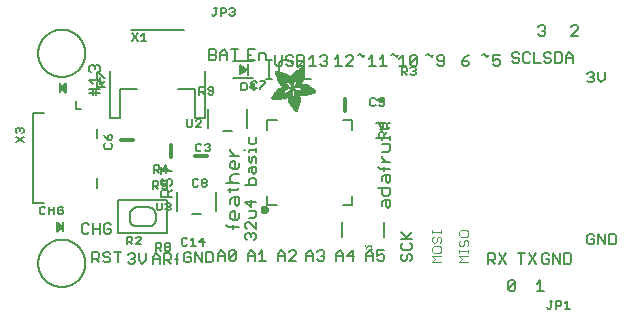
<source format=gbr>
G04 EAGLE Gerber RS-274X export*
G75*
%MOMM*%
%FSLAX34Y34*%
%LPD*%
%INSilkscreen Top*%
%IPPOS*%
%AMOC8*
5,1,8,0,0,1.08239X$1,22.5*%
G01*
%ADD10C,0.127000*%
%ADD11C,0.101600*%
%ADD12C,0.152400*%
%ADD13C,0.304800*%
%ADD14R,0.190500X0.889000*%
%ADD15C,0.406400*%
%ADD16C,0.203200*%
%ADD17C,0.025400*%
%ADD18R,0.200000X1.000000*%
%ADD19R,0.006300X0.050800*%
%ADD20R,0.006400X0.082600*%
%ADD21R,0.006300X0.120600*%
%ADD22R,0.006400X0.139700*%
%ADD23R,0.006300X0.158800*%
%ADD24R,0.006400X0.177800*%
%ADD25R,0.006300X0.196800*%
%ADD26R,0.006400X0.215900*%
%ADD27R,0.006300X0.228600*%
%ADD28R,0.006400X0.241300*%
%ADD29R,0.006300X0.254000*%
%ADD30R,0.006400X0.266700*%
%ADD31R,0.006300X0.279400*%
%ADD32R,0.006400X0.285700*%
%ADD33R,0.006300X0.298400*%
%ADD34R,0.006400X0.311200*%
%ADD35R,0.006300X0.317500*%
%ADD36R,0.006400X0.330200*%
%ADD37R,0.006300X0.336600*%
%ADD38R,0.006400X0.349200*%
%ADD39R,0.006300X0.361900*%
%ADD40R,0.006400X0.368300*%
%ADD41R,0.006300X0.381000*%
%ADD42R,0.006400X0.387300*%
%ADD43R,0.006300X0.393700*%
%ADD44R,0.006400X0.406400*%
%ADD45R,0.006300X0.412700*%
%ADD46R,0.006400X0.419100*%
%ADD47R,0.006300X0.431800*%
%ADD48R,0.006400X0.438100*%
%ADD49R,0.006300X0.450800*%
%ADD50R,0.006400X0.457200*%
%ADD51R,0.006300X0.463500*%
%ADD52R,0.006400X0.476200*%
%ADD53R,0.006300X0.482600*%
%ADD54R,0.006400X0.488900*%
%ADD55R,0.006300X0.501600*%
%ADD56R,0.006400X0.508000*%
%ADD57R,0.006300X0.514300*%
%ADD58R,0.006400X0.527000*%
%ADD59R,0.006300X0.533400*%
%ADD60R,0.006400X0.546100*%
%ADD61R,0.006300X0.552400*%
%ADD62R,0.006400X0.558800*%
%ADD63R,0.006300X0.571500*%
%ADD64R,0.006400X0.577800*%
%ADD65R,0.006300X0.584200*%
%ADD66R,0.006400X0.596900*%
%ADD67R,0.006300X0.603200*%
%ADD68R,0.006400X0.609600*%
%ADD69R,0.006300X0.622300*%
%ADD70R,0.006400X0.628600*%
%ADD71R,0.006300X0.641300*%
%ADD72R,0.006400X0.647700*%
%ADD73R,0.006300X0.063500*%
%ADD74R,0.006300X0.654000*%
%ADD75R,0.006400X0.101600*%
%ADD76R,0.006400X0.666700*%
%ADD77R,0.006300X0.139700*%
%ADD78R,0.006300X0.673100*%
%ADD79R,0.006400X0.165100*%
%ADD80R,0.006400X0.679400*%
%ADD81R,0.006300X0.196900*%
%ADD82R,0.006300X0.692100*%
%ADD83R,0.006400X0.222200*%
%ADD84R,0.006400X0.698500*%
%ADD85R,0.006300X0.247700*%
%ADD86R,0.006300X0.704800*%
%ADD87R,0.006400X0.279400*%
%ADD88R,0.006400X0.717500*%
%ADD89R,0.006300X0.298500*%
%ADD90R,0.006300X0.723900*%
%ADD91R,0.006400X0.736600*%
%ADD92R,0.006300X0.342900*%
%ADD93R,0.006300X0.742900*%
%ADD94R,0.006400X0.374700*%
%ADD95R,0.006400X0.749300*%
%ADD96R,0.006300X0.762000*%
%ADD97R,0.006400X0.412700*%
%ADD98R,0.006400X0.768300*%
%ADD99R,0.006300X0.438100*%
%ADD100R,0.006300X0.774700*%
%ADD101R,0.006400X0.463600*%
%ADD102R,0.006400X0.787400*%
%ADD103R,0.006300X0.793700*%
%ADD104R,0.006400X0.495300*%
%ADD105R,0.006400X0.800100*%
%ADD106R,0.006300X0.520700*%
%ADD107R,0.006300X0.812800*%
%ADD108R,0.006400X0.533400*%
%ADD109R,0.006400X0.819100*%
%ADD110R,0.006300X0.558800*%
%ADD111R,0.006300X0.825500*%
%ADD112R,0.006400X0.577900*%
%ADD113R,0.006400X0.831800*%
%ADD114R,0.006300X0.596900*%
%ADD115R,0.006300X0.844500*%
%ADD116R,0.006400X0.616000*%
%ADD117R,0.006400X0.850900*%
%ADD118R,0.006300X0.635000*%
%ADD119R,0.006300X0.857200*%
%ADD120R,0.006400X0.654100*%
%ADD121R,0.006400X0.863600*%
%ADD122R,0.006300X0.666700*%
%ADD123R,0.006300X0.869900*%
%ADD124R,0.006400X0.685800*%
%ADD125R,0.006400X0.876300*%
%ADD126R,0.006300X0.882600*%
%ADD127R,0.006400X0.723900*%
%ADD128R,0.006400X0.889000*%
%ADD129R,0.006300X0.895300*%
%ADD130R,0.006400X0.755700*%
%ADD131R,0.006400X0.901700*%
%ADD132R,0.006300X0.908000*%
%ADD133R,0.006400X0.793800*%
%ADD134R,0.006400X0.914400*%
%ADD135R,0.006300X0.806400*%
%ADD136R,0.006300X0.920700*%
%ADD137R,0.006400X0.825500*%
%ADD138R,0.006400X0.927100*%
%ADD139R,0.006300X0.933400*%
%ADD140R,0.006400X0.857300*%
%ADD141R,0.006400X0.939800*%
%ADD142R,0.006300X0.870000*%
%ADD143R,0.006300X0.939800*%
%ADD144R,0.006400X0.946100*%
%ADD145R,0.006300X0.952500*%
%ADD146R,0.006400X0.908000*%
%ADD147R,0.006400X0.958800*%
%ADD148R,0.006300X0.965200*%
%ADD149R,0.006400X0.965200*%
%ADD150R,0.006300X0.971500*%
%ADD151R,0.006400X0.952500*%
%ADD152R,0.006400X0.977900*%
%ADD153R,0.006300X0.958800*%
%ADD154R,0.006300X0.984200*%
%ADD155R,0.006400X0.971500*%
%ADD156R,0.006400X0.984200*%
%ADD157R,0.006300X0.990600*%
%ADD158R,0.006400X0.984300*%
%ADD159R,0.006400X0.996900*%
%ADD160R,0.006300X0.997000*%
%ADD161R,0.006300X0.996900*%
%ADD162R,0.006400X1.003300*%
%ADD163R,0.006300X1.016000*%
%ADD164R,0.006300X1.009600*%
%ADD165R,0.006400X1.016000*%
%ADD166R,0.006400X1.009600*%
%ADD167R,0.006300X1.022300*%
%ADD168R,0.006400X1.028700*%
%ADD169R,0.006300X1.035100*%
%ADD170R,0.006400X1.047800*%
%ADD171R,0.006300X1.054100*%
%ADD172R,0.006300X1.028700*%
%ADD173R,0.006400X1.054100*%
%ADD174R,0.006400X1.035000*%
%ADD175R,0.006300X1.060400*%
%ADD176R,0.006300X1.035000*%
%ADD177R,0.006400X1.060500*%
%ADD178R,0.006400X1.041400*%
%ADD179R,0.006300X1.066800*%
%ADD180R,0.006300X1.041400*%
%ADD181R,0.006400X1.079500*%
%ADD182R,0.006400X1.047700*%
%ADD183R,0.006300X1.085900*%
%ADD184R,0.006300X1.047700*%
%ADD185R,0.006400X1.085800*%
%ADD186R,0.006300X1.092200*%
%ADD187R,0.006400X1.085900*%
%ADD188R,0.006300X1.098600*%
%ADD189R,0.006400X1.098600*%
%ADD190R,0.006400X1.060400*%
%ADD191R,0.006300X1.104900*%
%ADD192R,0.006400X1.104900*%
%ADD193R,0.006400X1.066800*%
%ADD194R,0.006300X1.111200*%
%ADD195R,0.006400X1.117600*%
%ADD196R,0.006300X1.117600*%
%ADD197R,0.006300X1.073100*%
%ADD198R,0.006400X1.073100*%
%ADD199R,0.006300X1.124000*%
%ADD200R,0.006300X1.079500*%
%ADD201R,0.006400X1.123900*%
%ADD202R,0.006300X1.130300*%
%ADD203R,0.006400X1.130300*%
%ADD204R,0.006400X1.136700*%
%ADD205R,0.006300X1.136700*%
%ADD206R,0.006300X1.085800*%
%ADD207R,0.006400X1.136600*%
%ADD208R,0.006300X1.136600*%
%ADD209R,0.006400X1.143000*%
%ADD210R,0.006300X1.143000*%
%ADD211R,0.006300X1.149400*%
%ADD212R,0.006300X1.149300*%
%ADD213R,0.006400X1.149300*%
%ADD214R,0.006400X1.149400*%
%ADD215R,0.006400X1.155700*%
%ADD216R,0.006300X1.155700*%
%ADD217R,0.006300X1.060500*%
%ADD218R,0.006400X2.197100*%
%ADD219R,0.006300X2.197100*%
%ADD220R,0.006300X2.184400*%
%ADD221R,0.006400X2.184400*%
%ADD222R,0.006400X2.171700*%
%ADD223R,0.006300X2.171700*%
%ADD224R,0.006400X1.530300*%
%ADD225R,0.006300X1.505000*%
%ADD226R,0.006400X1.492300*%
%ADD227R,0.006300X1.485900*%
%ADD228R,0.006300X0.565200*%
%ADD229R,0.006400X1.473200*%
%ADD230R,0.006400X0.565200*%
%ADD231R,0.006300X1.460500*%
%ADD232R,0.006400X1.454100*%
%ADD233R,0.006400X0.552400*%
%ADD234R,0.006300X1.441500*%
%ADD235R,0.006300X0.546100*%
%ADD236R,0.006400X1.435100*%
%ADD237R,0.006400X0.539800*%
%ADD238R,0.006300X1.428800*%
%ADD239R,0.006400X1.422400*%
%ADD240R,0.006300X1.409700*%
%ADD241R,0.006300X0.527100*%
%ADD242R,0.006400X1.403300*%
%ADD243R,0.006400X0.527100*%
%ADD244R,0.006300X1.390700*%
%ADD245R,0.006400X1.384300*%
%ADD246R,0.006400X0.520700*%
%ADD247R,0.006300X1.384300*%
%ADD248R,0.006300X0.514400*%
%ADD249R,0.006400X1.371600*%
%ADD250R,0.006300X1.365200*%
%ADD251R,0.006300X0.508000*%
%ADD252R,0.006400X1.352600*%
%ADD253R,0.006400X0.501700*%
%ADD254R,0.006300X0.711200*%
%ADD255R,0.006300X0.603300*%
%ADD256R,0.006300X0.501700*%
%ADD257R,0.006400X0.692100*%
%ADD258R,0.006400X0.571500*%
%ADD259R,0.006300X0.679400*%
%ADD260R,0.006300X0.495300*%
%ADD261R,0.006400X0.673100*%
%ADD262R,0.006300X0.666800*%
%ADD263R,0.006300X0.488900*%
%ADD264R,0.006400X0.660400*%
%ADD265R,0.006400X0.482600*%
%ADD266R,0.006300X0.476200*%
%ADD267R,0.006400X0.654000*%
%ADD268R,0.006400X0.469900*%
%ADD269R,0.006400X0.476300*%
%ADD270R,0.006300X0.647700*%
%ADD271R,0.006300X0.457200*%
%ADD272R,0.006300X0.469900*%
%ADD273R,0.006400X0.641300*%
%ADD274R,0.006400X0.444500*%
%ADD275R,0.006300X0.463600*%
%ADD276R,0.006400X0.635000*%
%ADD277R,0.006400X0.463500*%
%ADD278R,0.006400X0.393700*%
%ADD279R,0.006400X0.450800*%
%ADD280R,0.006300X0.628600*%
%ADD281R,0.006300X0.387400*%
%ADD282R,0.006300X0.450900*%
%ADD283R,0.006400X0.628700*%
%ADD284R,0.006400X0.374600*%
%ADD285R,0.006300X0.368300*%
%ADD286R,0.006300X0.438200*%
%ADD287R,0.006400X0.622300*%
%ADD288R,0.006400X0.355600*%
%ADD289R,0.006400X0.431800*%
%ADD290R,0.006300X0.349300*%
%ADD291R,0.006300X0.425400*%
%ADD292R,0.006300X0.615900*%
%ADD293R,0.006300X0.330200*%
%ADD294R,0.006300X0.419100*%
%ADD295R,0.006300X0.616000*%
%ADD296R,0.006300X0.311200*%
%ADD297R,0.006300X0.406400*%
%ADD298R,0.006400X0.615900*%
%ADD299R,0.006400X0.304800*%
%ADD300R,0.006400X0.158800*%
%ADD301R,0.006300X0.609600*%
%ADD302R,0.006300X0.292100*%
%ADD303R,0.006300X0.235000*%
%ADD304R,0.006400X0.387400*%
%ADD305R,0.006400X0.292100*%
%ADD306R,0.006300X0.336500*%
%ADD307R,0.006300X0.260400*%
%ADD308R,0.006400X0.603300*%
%ADD309R,0.006400X0.260400*%
%ADD310R,0.006400X0.362000*%
%ADD311R,0.006400X0.450900*%
%ADD312R,0.006300X0.355600*%
%ADD313R,0.006400X0.342900*%
%ADD314R,0.006400X0.514300*%
%ADD315R,0.006300X0.234900*%
%ADD316R,0.006300X0.539700*%
%ADD317R,0.006400X0.603200*%
%ADD318R,0.006400X0.234900*%
%ADD319R,0.006400X0.920700*%
%ADD320R,0.006400X0.958900*%
%ADD321R,0.006300X0.215900*%
%ADD322R,0.006400X0.209600*%
%ADD323R,0.006300X0.203200*%
%ADD324R,0.006300X1.003300*%
%ADD325R,0.006400X0.203200*%
%ADD326R,0.006400X0.196900*%
%ADD327R,0.006300X0.190500*%
%ADD328R,0.006400X0.190500*%
%ADD329R,0.006300X0.184200*%
%ADD330R,0.006400X0.590500*%
%ADD331R,0.006400X0.184200*%
%ADD332R,0.006300X0.590500*%
%ADD333R,0.006300X0.177800*%
%ADD334R,0.006400X0.584200*%
%ADD335R,0.006400X1.168400*%
%ADD336R,0.006300X0.171500*%
%ADD337R,0.006300X1.187500*%
%ADD338R,0.006400X1.200100*%
%ADD339R,0.006300X0.577800*%
%ADD340R,0.006300X1.212900*%
%ADD341R,0.006400X1.231900*%
%ADD342R,0.006300X1.250900*%
%ADD343R,0.006400X0.565100*%
%ADD344R,0.006400X0.184100*%
%ADD345R,0.006400X1.263700*%
%ADD346R,0.006300X0.565100*%
%ADD347R,0.006300X1.289100*%
%ADD348R,0.006400X1.314400*%
%ADD349R,0.006300X0.552500*%
%ADD350R,0.006300X1.568500*%
%ADD351R,0.006400X0.552500*%
%ADD352R,0.006400X1.581200*%
%ADD353R,0.006300X1.593800*%
%ADD354R,0.006400X1.606500*%
%ADD355R,0.006300X1.619300*%
%ADD356R,0.006400X0.514400*%
%ADD357R,0.006400X1.638300*%
%ADD358R,0.006300X1.657300*%
%ADD359R,0.006400X2.209800*%
%ADD360R,0.006300X2.425700*%
%ADD361R,0.006400X2.470100*%
%ADD362R,0.006300X2.501900*%
%ADD363R,0.006400X2.533700*%
%ADD364R,0.006300X2.559000*%
%ADD365R,0.006400X2.584500*%
%ADD366R,0.006300X2.609900*%
%ADD367R,0.006400X2.628900*%
%ADD368R,0.006300X2.660600*%
%ADD369R,0.006400X2.673400*%
%ADD370R,0.006300X1.422400*%
%ADD371R,0.006300X1.200200*%
%ADD372R,0.006300X1.365300*%
%ADD373R,0.006400X1.365300*%
%ADD374R,0.006300X1.352500*%
%ADD375R,0.006300X1.098500*%
%ADD376R,0.006400X1.358900*%
%ADD377R,0.006300X1.352600*%
%ADD378R,0.006300X1.358900*%
%ADD379R,0.006300X1.371600*%
%ADD380R,0.006400X1.377900*%
%ADD381R,0.006400X1.397000*%
%ADD382R,0.006300X1.403300*%
%ADD383R,0.006300X0.914400*%
%ADD384R,0.006300X0.876300*%
%ADD385R,0.006300X0.374600*%
%ADD386R,0.006400X1.073200*%
%ADD387R,0.006300X0.374700*%
%ADD388R,0.006400X0.844600*%
%ADD389R,0.006300X0.844600*%
%ADD390R,0.006400X0.831900*%
%ADD391R,0.006400X1.092200*%
%ADD392R,0.006300X0.400000*%
%ADD393R,0.006400X0.819200*%
%ADD394R,0.006400X1.111300*%
%ADD395R,0.006400X0.812800*%
%ADD396R,0.006300X0.800100*%
%ADD397R,0.006300X0.476300*%
%ADD398R,0.006300X1.181100*%
%ADD399R,0.006400X0.501600*%
%ADD400R,0.006400X1.193800*%
%ADD401R,0.006400X0.781000*%
%ADD402R,0.006400X1.238200*%
%ADD403R,0.006300X0.781100*%
%ADD404R,0.006300X1.257300*%
%ADD405R,0.006400X1.295400*%
%ADD406R,0.006300X1.333500*%
%ADD407R,0.006400X0.774700*%
%ADD408R,0.006400X1.866900*%
%ADD409R,0.006300X0.209600*%
%ADD410R,0.006300X1.866900*%
%ADD411R,0.006400X0.768400*%
%ADD412R,0.006400X0.209500*%
%ADD413R,0.006400X1.860600*%
%ADD414R,0.006400X0.762000*%
%ADD415R,0.006300X0.768400*%
%ADD416R,0.006300X1.860600*%
%ADD417R,0.006400X1.860500*%
%ADD418R,0.006300X0.222300*%
%ADD419R,0.006300X1.854200*%
%ADD420R,0.006400X0.235000*%
%ADD421R,0.006400X1.854200*%
%ADD422R,0.006300X0.768300*%
%ADD423R,0.006400X0.260300*%
%ADD424R,0.006400X1.847800*%
%ADD425R,0.006300X0.266700*%
%ADD426R,0.006300X1.847800*%
%ADD427R,0.006400X0.273100*%
%ADD428R,0.006400X1.841500*%
%ADD429R,0.006300X0.285800*%
%ADD430R,0.006300X1.841500*%
%ADD431R,0.006400X0.298500*%
%ADD432R,0.006400X1.835100*%
%ADD433R,0.006300X0.781000*%
%ADD434R,0.006300X0.304800*%
%ADD435R,0.006300X1.835100*%
%ADD436R,0.006400X0.317500*%
%ADD437R,0.006400X1.828800*%
%ADD438R,0.006300X0.787400*%
%ADD439R,0.006300X0.323800*%
%ADD440R,0.006300X1.828800*%
%ADD441R,0.006400X0.793700*%
%ADD442R,0.006400X1.822400*%
%ADD443R,0.006300X0.806500*%
%ADD444R,0.006300X1.822400*%
%ADD445R,0.006400X1.816100*%
%ADD446R,0.006300X0.819100*%
%ADD447R,0.006300X0.387300*%
%ADD448R,0.006300X1.816100*%
%ADD449R,0.006400X1.809800*%
%ADD450R,0.006300X1.803400*%
%ADD451R,0.006400X1.797000*%
%ADD452R,0.006300X0.901700*%
%ADD453R,0.006300X1.797000*%
%ADD454R,0.006400X1.441400*%
%ADD455R,0.006400X1.790700*%
%ADD456R,0.006300X1.447800*%
%ADD457R,0.006300X1.784300*%
%ADD458R,0.006400X1.447800*%
%ADD459R,0.006400X1.784300*%
%ADD460R,0.006300X1.454100*%
%ADD461R,0.006300X1.771700*%
%ADD462R,0.006400X1.460500*%
%ADD463R,0.006400X1.759000*%
%ADD464R,0.006300X1.466800*%
%ADD465R,0.006300X1.752600*%
%ADD466R,0.006400X1.466800*%
%ADD467R,0.006400X1.739900*%
%ADD468R,0.006300X1.473200*%
%ADD469R,0.006300X1.727200*%
%ADD470R,0.006400X1.479500*%
%ADD471R,0.006400X1.714500*%
%ADD472R,0.006300X1.695400*%
%ADD473R,0.006400X1.485900*%
%ADD474R,0.006400X1.682700*%
%ADD475R,0.006300X1.492200*%
%ADD476R,0.006300X1.663700*%
%ADD477R,0.006400X1.498600*%
%ADD478R,0.006400X1.644600*%
%ADD479R,0.006300X1.498600*%
%ADD480R,0.006300X1.619200*%
%ADD481R,0.006400X1.511300*%
%ADD482R,0.006400X1.600200*%
%ADD483R,0.006300X1.517700*%
%ADD484R,0.006300X1.574800*%
%ADD485R,0.006400X1.524000*%
%ADD486R,0.006400X1.555800*%
%ADD487R,0.006300X1.524000*%
%ADD488R,0.006300X1.536700*%
%ADD489R,0.006400X1.530400*%
%ADD490R,0.006400X1.517700*%
%ADD491R,0.006300X1.492300*%
%ADD492R,0.006400X1.549400*%
%ADD493R,0.006400X1.479600*%
%ADD494R,0.006300X1.549400*%
%ADD495R,0.006400X1.555700*%
%ADD496R,0.006300X1.562100*%
%ADD497R,0.006300X0.323900*%
%ADD498R,0.006400X1.568400*%
%ADD499R,0.006400X0.336600*%
%ADD500R,0.006300X1.587500*%
%ADD501R,0.006300X0.971600*%
%ADD502R,0.006400X0.349300*%
%ADD503R,0.006300X1.600200*%
%ADD504R,0.006300X0.920800*%
%ADD505R,0.006400X0.882700*%
%ADD506R,0.006300X1.612900*%
%ADD507R,0.006300X0.362000*%
%ADD508R,0.006400X1.625600*%
%ADD509R,0.006300X1.625600*%
%ADD510R,0.006300X1.644600*%
%ADD511R,0.006300X0.736600*%
%ADD512R,0.006400X0.717600*%
%ADD513R,0.006300X1.657400*%
%ADD514R,0.006300X0.679500*%
%ADD515R,0.006400X1.663700*%
%ADD516R,0.006400X0.400000*%
%ADD517R,0.006300X1.676400*%
%ADD518R,0.006400X1.676400*%
%ADD519R,0.006400X0.425500*%
%ADD520R,0.006400X1.352500*%
%ADD521R,0.006300X0.444500*%
%ADD522R,0.006400X0.361900*%
%ADD523R,0.006300X0.088900*%
%ADD524R,0.006300X1.009700*%
%ADD525R,0.006400X1.009700*%
%ADD526R,0.006400X1.022300*%
%ADD527R,0.006400X1.346200*%
%ADD528R,0.006300X1.346200*%
%ADD529R,0.006400X1.339900*%
%ADD530R,0.006400X1.035100*%
%ADD531R,0.006300X1.339800*%
%ADD532R,0.006400X1.333500*%
%ADD533R,0.006400X1.327200*%
%ADD534R,0.006300X1.320800*%
%ADD535R,0.006400X1.314500*%
%ADD536R,0.006300X1.314400*%
%ADD537R,0.006400X1.301700*%
%ADD538R,0.006300X1.295400*%
%ADD539R,0.006400X1.289000*%
%ADD540R,0.006300X1.276300*%
%ADD541R,0.006300X1.251000*%
%ADD542R,0.006400X1.244600*%
%ADD543R,0.006300X1.231900*%
%ADD544R,0.006400X1.212800*%
%ADD545R,0.006300X1.200100*%
%ADD546R,0.006400X1.187400*%
%ADD547R,0.006300X1.168400*%
%ADD548R,0.006300X1.047800*%
%ADD549R,0.006300X0.977900*%
%ADD550R,0.006400X0.946200*%
%ADD551R,0.006400X0.933400*%
%ADD552R,0.006400X0.895300*%
%ADD553R,0.006300X0.882700*%
%ADD554R,0.006300X0.863600*%
%ADD555R,0.006400X0.857200*%
%ADD556R,0.006300X0.850900*%
%ADD557R,0.006300X0.838200*%
%ADD558R,0.006400X0.806500*%
%ADD559R,0.006300X0.717600*%
%ADD560R,0.006400X0.711200*%
%ADD561R,0.006400X0.641400*%
%ADD562R,0.006300X0.641400*%
%ADD563R,0.006300X0.628700*%
%ADD564R,0.006300X0.590600*%
%ADD565R,0.006400X0.539700*%
%ADD566R,0.006300X0.285700*%
%ADD567R,0.006300X0.222200*%
%ADD568R,0.006300X0.171400*%
%ADD569R,0.006400X0.152400*%
%ADD570R,0.006300X0.133400*%

G36*
X21647Y51314D02*
X21647Y51314D01*
X21665Y51312D01*
X21767Y51340D01*
X21870Y51362D01*
X21885Y51371D01*
X21902Y51376D01*
X22047Y51461D01*
X27127Y55271D01*
X27130Y55274D01*
X27134Y55276D01*
X27215Y55363D01*
X27297Y55448D01*
X27299Y55452D01*
X27302Y55455D01*
X27352Y55564D01*
X27402Y55671D01*
X27402Y55675D01*
X27404Y55679D01*
X27417Y55797D01*
X27430Y55915D01*
X27430Y55919D01*
X27430Y55924D01*
X27404Y56040D01*
X27380Y56156D01*
X27377Y56160D01*
X27376Y56164D01*
X27315Y56266D01*
X27255Y56368D01*
X27251Y56371D01*
X27249Y56374D01*
X27127Y56489D01*
X22047Y60299D01*
X22031Y60307D01*
X22018Y60320D01*
X22003Y60327D01*
X21995Y60333D01*
X21945Y60353D01*
X21922Y60364D01*
X21829Y60413D01*
X21811Y60416D01*
X21795Y60423D01*
X21690Y60435D01*
X21586Y60451D01*
X21568Y60448D01*
X21551Y60450D01*
X21448Y60428D01*
X21343Y60410D01*
X21328Y60402D01*
X21310Y60398D01*
X21220Y60344D01*
X21127Y60294D01*
X21114Y60281D01*
X21099Y60272D01*
X21030Y60192D01*
X20958Y60115D01*
X20951Y60098D01*
X20939Y60085D01*
X20900Y59987D01*
X20856Y59891D01*
X20854Y59873D01*
X20847Y59857D01*
X20829Y59690D01*
X20829Y52070D01*
X20832Y52052D01*
X20830Y52035D01*
X20851Y51931D01*
X20869Y51827D01*
X20877Y51812D01*
X20881Y51794D01*
X20934Y51703D01*
X20984Y51610D01*
X20996Y51598D01*
X21006Y51582D01*
X21085Y51513D01*
X21162Y51441D01*
X21178Y51433D01*
X21192Y51421D01*
X21289Y51381D01*
X21385Y51337D01*
X21403Y51335D01*
X21419Y51328D01*
X21525Y51321D01*
X21629Y51310D01*
X21647Y51314D01*
G37*
G36*
X29012Y169022D02*
X29012Y169022D01*
X29029Y169020D01*
X29132Y169042D01*
X29237Y169060D01*
X29252Y169068D01*
X29270Y169072D01*
X29360Y169126D01*
X29454Y169176D01*
X29466Y169189D01*
X29481Y169198D01*
X29550Y169278D01*
X29622Y169355D01*
X29629Y169372D01*
X29641Y169385D01*
X29680Y169483D01*
X29724Y169579D01*
X29726Y169597D01*
X29733Y169613D01*
X29751Y169780D01*
X29751Y177400D01*
X29749Y177417D01*
X29750Y177432D01*
X29750Y177435D01*
X29729Y177539D01*
X29712Y177643D01*
X29703Y177658D01*
X29700Y177676D01*
X29646Y177767D01*
X29596Y177860D01*
X29584Y177872D01*
X29575Y177888D01*
X29495Y177957D01*
X29418Y178030D01*
X29402Y178037D01*
X29388Y178049D01*
X29291Y178089D01*
X29195Y178133D01*
X29177Y178135D01*
X29161Y178142D01*
X29055Y178149D01*
X28951Y178160D01*
X28933Y178156D01*
X28915Y178158D01*
X28813Y178130D01*
X28740Y178114D01*
X28737Y178114D01*
X28710Y178108D01*
X28695Y178099D01*
X28678Y178094D01*
X28533Y178009D01*
X23453Y174199D01*
X23450Y174196D01*
X23447Y174194D01*
X23365Y174107D01*
X23283Y174022D01*
X23281Y174018D01*
X23278Y174015D01*
X23228Y173906D01*
X23178Y173799D01*
X23178Y173795D01*
X23176Y173791D01*
X23163Y173673D01*
X23150Y173555D01*
X23150Y173551D01*
X23150Y173546D01*
X23176Y173430D01*
X23201Y173314D01*
X23203Y173310D01*
X23204Y173306D01*
X23265Y173204D01*
X23326Y173102D01*
X23329Y173099D01*
X23331Y173096D01*
X23453Y172981D01*
X28533Y169171D01*
X28549Y169163D01*
X28562Y169151D01*
X28658Y169106D01*
X28751Y169057D01*
X28769Y169054D01*
X28785Y169047D01*
X28890Y169035D01*
X28994Y169019D01*
X29012Y169022D01*
G37*
G36*
X177115Y186223D02*
X177115Y186223D01*
X177186Y186221D01*
X177256Y186240D01*
X177327Y186248D01*
X177382Y186273D01*
X177461Y186293D01*
X177564Y186354D01*
X177633Y186385D01*
X180633Y188385D01*
X180720Y188462D01*
X180810Y188535D01*
X180825Y188557D01*
X180845Y188575D01*
X180907Y188672D01*
X180974Y188767D01*
X180982Y188793D01*
X180997Y188815D01*
X181029Y188926D01*
X181067Y189036D01*
X181068Y189063D01*
X181075Y189088D01*
X181075Y189204D01*
X181081Y189320D01*
X181075Y189346D01*
X181075Y189373D01*
X181043Y189484D01*
X181017Y189597D01*
X181004Y189620D01*
X180996Y189646D01*
X180934Y189744D01*
X180878Y189845D01*
X180860Y189861D01*
X180845Y189886D01*
X180637Y190071D01*
X180633Y190075D01*
X177633Y192075D01*
X177569Y192106D01*
X177509Y192146D01*
X177441Y192167D01*
X177377Y192198D01*
X177306Y192210D01*
X177238Y192231D01*
X177167Y192233D01*
X177097Y192245D01*
X177025Y192237D01*
X176954Y192239D01*
X176885Y192221D01*
X176814Y192212D01*
X176748Y192185D01*
X176679Y192167D01*
X176618Y192130D01*
X176552Y192103D01*
X176496Y192058D01*
X176434Y192022D01*
X176385Y191970D01*
X176330Y191925D01*
X176289Y191867D01*
X176240Y191814D01*
X176207Y191751D01*
X176166Y191693D01*
X176143Y191625D01*
X176110Y191561D01*
X176100Y191502D01*
X176073Y191424D01*
X176067Y191305D01*
X176055Y191230D01*
X176055Y187230D01*
X176065Y187159D01*
X176065Y187087D01*
X176085Y187019D01*
X176095Y186949D01*
X176124Y186883D01*
X176144Y186814D01*
X176182Y186754D01*
X176211Y186689D01*
X176257Y186634D01*
X176295Y186574D01*
X176349Y186526D01*
X176395Y186472D01*
X176454Y186432D01*
X176508Y186385D01*
X176572Y186354D01*
X176631Y186315D01*
X176700Y186293D01*
X176764Y186262D01*
X176834Y186250D01*
X176902Y186229D01*
X176974Y186227D01*
X177045Y186215D01*
X177115Y186223D01*
G37*
D10*
X206312Y201303D02*
X206312Y193888D01*
X207795Y192405D01*
X210761Y192405D01*
X212244Y193888D01*
X212244Y201303D01*
X220116Y201303D02*
X221599Y199820D01*
X220116Y201303D02*
X217150Y201303D01*
X215667Y199820D01*
X215667Y198337D01*
X217150Y196854D01*
X220116Y196854D01*
X221599Y195371D01*
X221599Y193888D01*
X220116Y192405D01*
X217150Y192405D01*
X215667Y193888D01*
X225023Y192405D02*
X225023Y201303D01*
X229471Y201303D01*
X230954Y199820D01*
X230954Y198337D01*
X229471Y196854D01*
X230954Y195371D01*
X230954Y193888D01*
X229471Y192405D01*
X225023Y192405D01*
X225023Y196854D02*
X229471Y196854D01*
X51372Y34933D02*
X51372Y26035D01*
X51372Y34933D02*
X55821Y34933D01*
X57304Y33450D01*
X57304Y30484D01*
X55821Y29001D01*
X51372Y29001D01*
X54338Y29001D02*
X57304Y26035D01*
X65176Y34933D02*
X66659Y33450D01*
X65176Y34933D02*
X62210Y34933D01*
X60727Y33450D01*
X60727Y31967D01*
X62210Y30484D01*
X65176Y30484D01*
X66659Y29001D01*
X66659Y27518D01*
X65176Y26035D01*
X62210Y26035D01*
X60727Y27518D01*
X73048Y26035D02*
X73048Y34933D01*
X70083Y34933D02*
X76014Y34933D01*
X102461Y30697D02*
X102461Y24765D01*
X102461Y30697D02*
X105427Y33663D01*
X108393Y30697D01*
X108393Y24765D01*
X108393Y29214D02*
X102461Y29214D01*
X111817Y24765D02*
X111817Y33663D01*
X116265Y33663D01*
X117748Y32180D01*
X117748Y29214D01*
X116265Y27731D01*
X111817Y27731D01*
X114782Y27731D02*
X117748Y24765D01*
X122655Y24765D02*
X122655Y32180D01*
X124138Y33663D01*
X124138Y29214D02*
X121172Y29214D01*
X82933Y33663D02*
X81450Y32180D01*
X82933Y33663D02*
X85899Y33663D01*
X87382Y32180D01*
X87382Y30697D01*
X85899Y29214D01*
X84416Y29214D01*
X85899Y29214D02*
X87382Y27731D01*
X87382Y26248D01*
X85899Y24765D01*
X82933Y24765D01*
X81450Y26248D01*
X90805Y27731D02*
X90805Y33663D01*
X90805Y27731D02*
X93771Y24765D01*
X96737Y27731D01*
X96737Y33663D01*
X283380Y33237D02*
X283380Y27305D01*
X283380Y33237D02*
X286346Y36203D01*
X289312Y33237D01*
X289312Y27305D01*
X289312Y31754D02*
X283380Y31754D01*
X292735Y36203D02*
X298667Y36203D01*
X292735Y36203D02*
X292735Y31754D01*
X295701Y33237D01*
X297184Y33237D01*
X298667Y31754D01*
X298667Y28788D01*
X297184Y27305D01*
X294218Y27305D01*
X292735Y28788D01*
X257980Y27305D02*
X257980Y33237D01*
X260946Y36203D01*
X263912Y33237D01*
X263912Y27305D01*
X263912Y31754D02*
X257980Y31754D01*
X271784Y27305D02*
X271784Y36203D01*
X267335Y31754D01*
X273267Y31754D01*
X232580Y33237D02*
X232580Y27305D01*
X232580Y33237D02*
X235546Y36203D01*
X238512Y33237D01*
X238512Y27305D01*
X238512Y31754D02*
X232580Y31754D01*
X241935Y34720D02*
X243418Y36203D01*
X246384Y36203D01*
X247867Y34720D01*
X247867Y33237D01*
X246384Y31754D01*
X244901Y31754D01*
X246384Y31754D02*
X247867Y30271D01*
X247867Y28788D01*
X246384Y27305D01*
X243418Y27305D01*
X241935Y28788D01*
X208450Y27305D02*
X208450Y33237D01*
X211416Y36203D01*
X214382Y33237D01*
X214382Y27305D01*
X214382Y31754D02*
X208450Y31754D01*
X217805Y27305D02*
X223737Y27305D01*
X217805Y27305D02*
X223737Y33237D01*
X223737Y34720D01*
X222254Y36203D01*
X219288Y36203D01*
X217805Y34720D01*
X183050Y33237D02*
X183050Y27305D01*
X183050Y33237D02*
X186016Y36203D01*
X188982Y33237D01*
X188982Y27305D01*
X188982Y31754D02*
X183050Y31754D01*
X192405Y33237D02*
X195371Y36203D01*
X195371Y27305D01*
X192405Y27305D02*
X198337Y27305D01*
X157650Y27305D02*
X157650Y33237D01*
X160616Y36203D01*
X163582Y33237D01*
X163582Y27305D01*
X163582Y31754D02*
X157650Y31754D01*
X167005Y28788D02*
X167005Y34720D01*
X168488Y36203D01*
X171454Y36203D01*
X172937Y34720D01*
X172937Y28788D01*
X171454Y27305D01*
X168488Y27305D01*
X167005Y28788D01*
X172937Y34720D01*
X235120Y198337D02*
X238086Y201303D01*
X238086Y192405D01*
X235120Y192405D02*
X241052Y192405D01*
X244475Y199820D02*
X245958Y201303D01*
X248924Y201303D01*
X250407Y199820D01*
X250407Y198337D01*
X248924Y196854D01*
X247441Y196854D01*
X248924Y196854D02*
X250407Y195371D01*
X250407Y193888D01*
X248924Y192405D01*
X245958Y192405D01*
X244475Y193888D01*
X381170Y201303D02*
X382653Y202786D01*
X385619Y199820D01*
X387102Y201303D01*
X390525Y201303D02*
X396457Y201303D01*
X390525Y201303D02*
X390525Y196854D01*
X393491Y198337D01*
X394974Y198337D01*
X396457Y196854D01*
X396457Y193888D01*
X394974Y192405D01*
X392008Y192405D01*
X390525Y193888D01*
X277645Y202786D02*
X276162Y201303D01*
X277645Y202786D02*
X280611Y199820D01*
X282094Y201303D01*
X285517Y198337D02*
X288483Y201303D01*
X288483Y192405D01*
X285517Y192405D02*
X291449Y192405D01*
X294873Y198337D02*
X297838Y201303D01*
X297838Y192405D01*
X294873Y192405D02*
X300804Y192405D01*
X311320Y198337D02*
X314286Y201303D01*
X314286Y192405D01*
X311320Y192405D02*
X317252Y192405D01*
X320675Y193888D02*
X320675Y199820D01*
X322158Y201303D01*
X325124Y201303D01*
X326607Y199820D01*
X326607Y193888D01*
X325124Y192405D01*
X322158Y192405D01*
X320675Y193888D01*
X326607Y199820D01*
X334180Y201303D02*
X335663Y202786D01*
X338629Y199820D01*
X340112Y201303D01*
X343535Y193888D02*
X345018Y192405D01*
X347984Y192405D01*
X349467Y193888D01*
X349467Y199820D01*
X347984Y201303D01*
X345018Y201303D01*
X343535Y199820D01*
X343535Y198337D01*
X345018Y196854D01*
X349467Y196854D01*
X314530Y33174D02*
X313047Y31691D01*
X313047Y28725D01*
X314530Y27242D01*
X316013Y27242D01*
X317496Y28725D01*
X317496Y31691D01*
X318979Y33174D01*
X320462Y33174D01*
X321945Y31691D01*
X321945Y28725D01*
X320462Y27242D01*
X313047Y41046D02*
X314530Y42529D01*
X313047Y41046D02*
X313047Y38080D01*
X314530Y36597D01*
X320462Y36597D01*
X321945Y38080D01*
X321945Y41046D01*
X320462Y42529D01*
X321945Y45953D02*
X313047Y45953D01*
X313047Y51884D02*
X318979Y45953D01*
X317496Y47436D02*
X321945Y51884D01*
D11*
X338956Y26141D02*
X346837Y26141D01*
X341583Y28768D02*
X338956Y26141D01*
X341583Y28768D02*
X338956Y31395D01*
X346837Y31395D01*
X338956Y35640D02*
X338956Y38267D01*
X338956Y35640D02*
X340270Y34327D01*
X345524Y34327D01*
X346837Y35640D01*
X346837Y38267D01*
X345524Y39580D01*
X340270Y39580D01*
X338956Y38267D01*
X338956Y46453D02*
X340270Y47766D01*
X338956Y46453D02*
X338956Y43826D01*
X340270Y42512D01*
X341583Y42512D01*
X342897Y43826D01*
X342897Y46453D01*
X344210Y47766D01*
X345524Y47766D01*
X346837Y46453D01*
X346837Y43826D01*
X345524Y42512D01*
X346837Y50698D02*
X346837Y53325D01*
X346837Y52012D02*
X338956Y52012D01*
X338956Y53325D02*
X338956Y50698D01*
X361816Y26141D02*
X369697Y26141D01*
X364443Y28768D02*
X361816Y26141D01*
X364443Y28768D02*
X361816Y31395D01*
X369697Y31395D01*
X369697Y34327D02*
X369697Y36953D01*
X369697Y35640D02*
X361816Y35640D01*
X361816Y34327D02*
X361816Y36953D01*
X361816Y43724D02*
X363130Y45038D01*
X361816Y43724D02*
X361816Y41097D01*
X363130Y39784D01*
X364443Y39784D01*
X365757Y41097D01*
X365757Y43724D01*
X367070Y45038D01*
X368384Y45038D01*
X369697Y43724D01*
X369697Y41097D01*
X368384Y39784D01*
X361816Y49283D02*
X361816Y51910D01*
X361816Y49283D02*
X363130Y47969D01*
X368384Y47969D01*
X369697Y49283D01*
X369697Y51910D01*
X368384Y53223D01*
X363130Y53223D01*
X361816Y51910D01*
D10*
X412904Y202360D02*
X411421Y203843D01*
X408455Y203843D01*
X406972Y202360D01*
X406972Y200877D01*
X408455Y199394D01*
X411421Y199394D01*
X412904Y197911D01*
X412904Y196428D01*
X411421Y194945D01*
X408455Y194945D01*
X406972Y196428D01*
X420776Y203843D02*
X422259Y202360D01*
X420776Y203843D02*
X417810Y203843D01*
X416327Y202360D01*
X416327Y196428D01*
X417810Y194945D01*
X420776Y194945D01*
X422259Y196428D01*
X425683Y194945D02*
X425683Y203843D01*
X425683Y194945D02*
X431614Y194945D01*
X439574Y202360D02*
X438091Y203843D01*
X435125Y203843D01*
X433642Y202360D01*
X433642Y200877D01*
X435125Y199394D01*
X438091Y199394D01*
X439574Y197911D01*
X439574Y196428D01*
X438091Y194945D01*
X435125Y194945D01*
X433642Y196428D01*
X442997Y194945D02*
X442997Y203843D01*
X442997Y194945D02*
X447446Y194945D01*
X448929Y196428D01*
X448929Y202360D01*
X447446Y203843D01*
X442997Y203843D01*
X452353Y200877D02*
X452353Y194945D01*
X452353Y200877D02*
X455318Y203843D01*
X458284Y200877D01*
X458284Y194945D01*
X458284Y199394D02*
X452353Y199394D01*
X429027Y225220D02*
X430510Y226703D01*
X433476Y226703D01*
X434959Y225220D01*
X434959Y223737D01*
X433476Y222254D01*
X431993Y222254D01*
X433476Y222254D02*
X434959Y220771D01*
X434959Y219288D01*
X433476Y217805D01*
X430510Y217805D01*
X429027Y219288D01*
X456967Y217805D02*
X462899Y217805D01*
X456967Y217805D02*
X462899Y223737D01*
X462899Y225220D01*
X461416Y226703D01*
X458450Y226703D01*
X456967Y225220D01*
X403627Y9320D02*
X403627Y3388D01*
X403627Y9320D02*
X405110Y10803D01*
X408076Y10803D01*
X409559Y9320D01*
X409559Y3388D01*
X408076Y1905D01*
X405110Y1905D01*
X403627Y3388D01*
X409559Y9320D01*
X427757Y7837D02*
X430723Y10803D01*
X430723Y1905D01*
X427757Y1905D02*
X433689Y1905D01*
X386250Y24765D02*
X386250Y33663D01*
X390699Y33663D01*
X392182Y32180D01*
X392182Y29214D01*
X390699Y27731D01*
X386250Y27731D01*
X389216Y27731D02*
X392182Y24765D01*
X401537Y24765D02*
X395605Y33663D01*
X401537Y33663D02*
X395605Y24765D01*
X414616Y24765D02*
X414616Y33663D01*
X411650Y33663D02*
X417582Y33663D01*
X421005Y33663D02*
X426937Y24765D01*
X421005Y24765D02*
X426937Y33663D01*
X150432Y197485D02*
X150432Y206383D01*
X154881Y206383D01*
X156364Y204900D01*
X156364Y203417D01*
X154881Y201934D01*
X156364Y200451D01*
X156364Y198968D01*
X154881Y197485D01*
X150432Y197485D01*
X150432Y201934D02*
X154881Y201934D01*
X159787Y203417D02*
X159787Y197485D01*
X159787Y203417D02*
X162753Y206383D01*
X165719Y203417D01*
X165719Y197485D01*
X165719Y201934D02*
X159787Y201934D01*
X172108Y197485D02*
X172108Y206383D01*
X169143Y206383D02*
X175074Y206383D01*
X256710Y198337D02*
X259676Y201303D01*
X259676Y192405D01*
X256710Y192405D02*
X262642Y192405D01*
X266065Y192405D02*
X271997Y192405D01*
X266065Y192405D02*
X271997Y198337D01*
X271997Y199820D01*
X270514Y201303D01*
X267548Y201303D01*
X266065Y199820D01*
X367223Y199820D02*
X370189Y201303D01*
X367223Y199820D02*
X364257Y196854D01*
X364257Y193888D01*
X365740Y192405D01*
X368706Y192405D01*
X370189Y193888D01*
X370189Y195371D01*
X368706Y196854D01*
X364257Y196854D01*
X134774Y33450D02*
X133291Y34933D01*
X130325Y34933D01*
X128842Y33450D01*
X128842Y27518D01*
X130325Y26035D01*
X133291Y26035D01*
X134774Y27518D01*
X134774Y30484D01*
X131808Y30484D01*
X138197Y26035D02*
X138197Y34933D01*
X144129Y26035D01*
X144129Y34933D01*
X147553Y34933D02*
X147553Y26035D01*
X152001Y26035D01*
X153484Y27518D01*
X153484Y33450D01*
X152001Y34933D01*
X147553Y34933D01*
X57785Y169695D02*
X48887Y169695D01*
X48887Y172661D02*
X57785Y172661D01*
X51853Y172661D02*
X51853Y168212D01*
X51853Y172661D02*
X51853Y174144D01*
X54819Y174144D02*
X54819Y168212D01*
X51853Y177567D02*
X48887Y180533D01*
X57785Y180533D01*
X57785Y177567D02*
X57785Y183499D01*
X50370Y186923D02*
X48887Y188406D01*
X48887Y191371D01*
X50370Y192854D01*
X51853Y192854D01*
X53336Y191371D01*
X53336Y189888D01*
X53336Y191371D02*
X54819Y192854D01*
X56302Y192854D01*
X57785Y191371D01*
X57785Y188406D01*
X56302Y186923D01*
X183050Y206383D02*
X188982Y206383D01*
X183050Y206383D02*
X183050Y197485D01*
X188982Y197485D01*
X186016Y201934D02*
X183050Y201934D01*
X192405Y203417D02*
X192405Y197485D01*
X192405Y203417D02*
X196854Y203417D01*
X198337Y201934D01*
X198337Y197485D01*
X436821Y33663D02*
X438304Y32180D01*
X436821Y33663D02*
X433855Y33663D01*
X432372Y32180D01*
X432372Y26248D01*
X433855Y24765D01*
X436821Y24765D01*
X438304Y26248D01*
X438304Y29214D01*
X435338Y29214D01*
X441727Y24765D02*
X441727Y33663D01*
X447659Y24765D01*
X447659Y33663D01*
X451083Y33663D02*
X451083Y24765D01*
X455531Y24765D01*
X457014Y26248D01*
X457014Y32180D01*
X455531Y33663D01*
X451083Y33663D01*
X304567Y201303D02*
X306050Y202786D01*
X309016Y199820D01*
X310499Y201303D01*
X118745Y81852D02*
X109847Y81852D01*
X109847Y86301D01*
X111330Y87784D01*
X114296Y87784D01*
X115779Y86301D01*
X115779Y81852D01*
X115779Y84818D02*
X118745Y87784D01*
X109847Y95656D02*
X111330Y97139D01*
X109847Y95656D02*
X109847Y92690D01*
X111330Y91207D01*
X112813Y91207D01*
X114296Y92690D01*
X114296Y95656D01*
X115779Y97139D01*
X117262Y97139D01*
X118745Y95656D01*
X118745Y92690D01*
X117262Y91207D01*
X118745Y103528D02*
X109847Y103528D01*
X109847Y100563D02*
X109847Y106494D01*
X48414Y57580D02*
X46931Y59063D01*
X43965Y59063D01*
X42482Y57580D01*
X42482Y51648D01*
X43965Y50165D01*
X46931Y50165D01*
X48414Y51648D01*
X51837Y50165D02*
X51837Y59063D01*
X51837Y54614D02*
X57769Y54614D01*
X57769Y59063D02*
X57769Y50165D01*
X65641Y59063D02*
X67124Y57580D01*
X65641Y59063D02*
X62676Y59063D01*
X61193Y57580D01*
X61193Y51648D01*
X62676Y50165D01*
X65641Y50165D01*
X67124Y51648D01*
X67124Y54614D01*
X64158Y54614D01*
X470070Y185850D02*
X471553Y187333D01*
X474519Y187333D01*
X476002Y185850D01*
X476002Y184367D01*
X474519Y182884D01*
X473036Y182884D01*
X474519Y182884D02*
X476002Y181401D01*
X476002Y179918D01*
X474519Y178435D01*
X471553Y178435D01*
X470070Y179918D01*
X479425Y181401D02*
X479425Y187333D01*
X479425Y181401D02*
X482391Y178435D01*
X485357Y181401D01*
X485357Y187333D01*
X474921Y50173D02*
X476404Y48690D01*
X474921Y50173D02*
X471955Y50173D01*
X470472Y48690D01*
X470472Y42758D01*
X471955Y41275D01*
X474921Y41275D01*
X476404Y42758D01*
X476404Y45724D01*
X473438Y45724D01*
X479827Y41275D02*
X479827Y50173D01*
X485759Y41275D01*
X485759Y50173D01*
X489183Y50173D02*
X489183Y41275D01*
X493631Y41275D01*
X495114Y42758D01*
X495114Y48690D01*
X493631Y50173D01*
X489183Y50173D01*
D12*
X175768Y56105D02*
X166447Y56105D01*
X164582Y57969D01*
X170175Y57969D02*
X170175Y54241D01*
X175768Y63901D02*
X175768Y67629D01*
X175768Y63901D02*
X173904Y62037D01*
X170175Y62037D01*
X168311Y63901D01*
X168311Y67629D01*
X170175Y69494D01*
X172040Y69494D01*
X172040Y62037D01*
X168311Y75595D02*
X168311Y79323D01*
X170175Y81188D01*
X175768Y81188D01*
X175768Y75595D01*
X173904Y73730D01*
X172040Y75595D01*
X172040Y81188D01*
X173904Y87289D02*
X166447Y87289D01*
X173904Y87289D02*
X175768Y89153D01*
X168311Y89153D02*
X168311Y85424D01*
X164582Y93220D02*
X175768Y93220D01*
X170175Y93220D02*
X168311Y95085D01*
X168311Y98813D01*
X170175Y100677D01*
X175768Y100677D01*
X175768Y106779D02*
X175768Y110507D01*
X175768Y106779D02*
X173904Y104914D01*
X170175Y104914D01*
X168311Y106779D01*
X168311Y110507D01*
X170175Y112371D01*
X172040Y112371D01*
X172040Y104914D01*
X175768Y116608D02*
X168311Y116608D01*
X172040Y116608D02*
X168311Y120337D01*
X168311Y122201D01*
D10*
X180967Y46436D02*
X182450Y44953D01*
X180967Y46436D02*
X180967Y49402D01*
X182450Y50885D01*
X183933Y50885D01*
X185416Y49402D01*
X185416Y47919D01*
X185416Y49402D02*
X186899Y50885D01*
X188382Y50885D01*
X189865Y49402D01*
X189865Y46436D01*
X188382Y44953D01*
X189865Y54308D02*
X189865Y60240D01*
X189865Y54308D02*
X183933Y60240D01*
X182450Y60240D01*
X180967Y58757D01*
X180967Y55791D01*
X182450Y54308D01*
X183933Y63664D02*
X188382Y63664D01*
X189865Y65147D01*
X189865Y69595D01*
X183933Y69595D01*
X180967Y77468D02*
X189865Y77468D01*
X185416Y73019D02*
X180967Y77468D01*
X185416Y78951D02*
X185416Y73019D01*
X180967Y91729D02*
X189865Y91729D01*
X189865Y96178D01*
X188382Y97661D01*
X185416Y97661D01*
X183933Y96178D01*
X183933Y91729D01*
X183933Y102567D02*
X183933Y105533D01*
X185416Y107016D01*
X189865Y107016D01*
X189865Y102567D01*
X188382Y101084D01*
X186899Y102567D01*
X186899Y107016D01*
X189865Y110440D02*
X189865Y114888D01*
X188382Y116371D01*
X186899Y114888D01*
X186899Y111922D01*
X185416Y110440D01*
X183933Y111922D01*
X183933Y116371D01*
X183933Y119795D02*
X183933Y121278D01*
X189865Y121278D01*
X189865Y119795D02*
X189865Y122761D01*
X180967Y121278D02*
X179484Y121278D01*
X183933Y127514D02*
X183933Y131963D01*
X183933Y127514D02*
X185416Y126032D01*
X188382Y126032D01*
X189865Y127514D01*
X189865Y131963D01*
X296751Y77226D02*
X296751Y73837D01*
X296751Y77226D02*
X298446Y78921D01*
X303530Y78921D01*
X303530Y73837D01*
X301835Y72142D01*
X300140Y73837D01*
X300140Y78921D01*
X303530Y89446D02*
X293361Y89446D01*
X303530Y89446D02*
X303530Y84361D01*
X301835Y82666D01*
X298446Y82666D01*
X296751Y84361D01*
X296751Y89446D01*
X296751Y94886D02*
X296751Y98275D01*
X298446Y99970D01*
X303530Y99970D01*
X303530Y94886D01*
X301835Y93191D01*
X300140Y94886D01*
X300140Y99970D01*
X303530Y105410D02*
X295056Y105410D01*
X293361Y107105D01*
X298446Y107105D02*
X298446Y103716D01*
X296751Y110732D02*
X303530Y110732D01*
X300140Y110732D02*
X296751Y114122D01*
X296751Y115816D01*
X296751Y119503D02*
X301835Y119503D01*
X303530Y121197D01*
X303530Y126282D01*
X296751Y126282D01*
X296751Y130027D02*
X296751Y131722D01*
X303530Y131722D01*
X303530Y130027D02*
X303530Y133417D01*
X293361Y131722D02*
X291667Y131722D01*
X295056Y138738D02*
X301835Y138738D01*
X303530Y140433D01*
X296751Y140433D02*
X296751Y137043D01*
X301835Y144060D02*
X303530Y144060D01*
X298446Y144060D02*
X291667Y144060D01*
D13*
X85960Y129590D02*
X75800Y129590D01*
D12*
X62410Y126883D02*
X61308Y125782D01*
X61308Y123579D01*
X62410Y122477D01*
X66816Y122477D01*
X67918Y123579D01*
X67918Y125782D01*
X66816Y126883D01*
X62410Y132164D02*
X61308Y134368D01*
X62410Y132164D02*
X64613Y129961D01*
X66816Y129961D01*
X67918Y131063D01*
X67918Y133266D01*
X66816Y134368D01*
X65715Y134368D01*
X64613Y133266D01*
X64613Y129961D01*
X189362Y179482D02*
X190463Y178380D01*
X189362Y179482D02*
X187159Y179482D01*
X186057Y178380D01*
X186057Y173974D01*
X187159Y172872D01*
X189362Y172872D01*
X190463Y173974D01*
X193541Y179482D02*
X197948Y179482D01*
X197948Y178380D01*
X193541Y173974D01*
X193541Y172872D01*
D13*
X148740Y116240D02*
X138580Y116240D01*
D12*
X139634Y96784D02*
X140735Y95682D01*
X139634Y96784D02*
X137430Y96784D01*
X136329Y95682D01*
X136329Y91276D01*
X137430Y90174D01*
X139634Y90174D01*
X140735Y91276D01*
X143813Y95682D02*
X144914Y96784D01*
X147118Y96784D01*
X148219Y95682D01*
X148219Y94580D01*
X147118Y93479D01*
X148219Y92377D01*
X148219Y91276D01*
X147118Y90174D01*
X144914Y90174D01*
X143813Y91276D01*
X143813Y92377D01*
X144914Y93479D01*
X143813Y94580D01*
X143813Y95682D01*
X144914Y93479D02*
X147118Y93479D01*
X103272Y102172D02*
X103272Y108782D01*
X106577Y108782D01*
X107678Y107680D01*
X107678Y105477D01*
X106577Y104375D01*
X103272Y104375D01*
X105475Y104375D02*
X107678Y102172D01*
X114061Y102172D02*
X114061Y108782D01*
X110756Y105477D01*
X115163Y105477D01*
X102580Y94889D02*
X102580Y88279D01*
X102580Y94889D02*
X105885Y94889D01*
X106986Y93787D01*
X106986Y91584D01*
X105885Y90482D01*
X102580Y90482D01*
X104783Y90482D02*
X106986Y88279D01*
X110064Y94889D02*
X114470Y94889D01*
X110064Y94889D02*
X110064Y91584D01*
X112267Y92685D01*
X113369Y92685D01*
X114470Y91584D01*
X114470Y89380D01*
X113369Y88279D01*
X111166Y88279D01*
X110064Y89380D01*
D13*
X265652Y153974D02*
X265652Y164134D01*
D12*
X290039Y165156D02*
X291140Y164054D01*
X290039Y165156D02*
X287836Y165156D01*
X286734Y164054D01*
X286734Y159648D01*
X287836Y158546D01*
X290039Y158546D01*
X291140Y159648D01*
X294218Y159648D02*
X295320Y158546D01*
X297523Y158546D01*
X298625Y159648D01*
X298625Y164054D01*
X297523Y165156D01*
X295320Y165156D01*
X294218Y164054D01*
X294218Y162952D01*
X295320Y161851D01*
X298625Y161851D01*
D14*
X24093Y173590D03*
D12*
X37508Y162674D02*
X37508Y156064D01*
X41914Y156064D01*
D15*
X195535Y71170D02*
X195537Y71241D01*
X195543Y71312D01*
X195553Y71383D01*
X195567Y71453D01*
X195585Y71522D01*
X195606Y71589D01*
X195632Y71656D01*
X195661Y71721D01*
X195693Y71784D01*
X195730Y71846D01*
X195769Y71905D01*
X195812Y71962D01*
X195858Y72016D01*
X195907Y72068D01*
X195959Y72117D01*
X196013Y72163D01*
X196070Y72206D01*
X196129Y72245D01*
X196191Y72282D01*
X196254Y72314D01*
X196319Y72343D01*
X196386Y72369D01*
X196453Y72390D01*
X196522Y72408D01*
X196592Y72422D01*
X196663Y72432D01*
X196734Y72438D01*
X196805Y72440D01*
X196876Y72438D01*
X196947Y72432D01*
X197018Y72422D01*
X197088Y72408D01*
X197157Y72390D01*
X197224Y72369D01*
X197291Y72343D01*
X197356Y72314D01*
X197419Y72282D01*
X197481Y72245D01*
X197540Y72206D01*
X197597Y72163D01*
X197651Y72117D01*
X197703Y72068D01*
X197752Y72016D01*
X197798Y71962D01*
X197841Y71905D01*
X197880Y71846D01*
X197917Y71784D01*
X197949Y71721D01*
X197978Y71656D01*
X198004Y71589D01*
X198025Y71522D01*
X198043Y71453D01*
X198057Y71383D01*
X198067Y71312D01*
X198073Y71241D01*
X198075Y71170D01*
X198073Y71099D01*
X198067Y71028D01*
X198057Y70957D01*
X198043Y70887D01*
X198025Y70818D01*
X198004Y70751D01*
X197978Y70684D01*
X197949Y70619D01*
X197917Y70556D01*
X197880Y70494D01*
X197841Y70435D01*
X197798Y70378D01*
X197752Y70324D01*
X197703Y70272D01*
X197651Y70223D01*
X197597Y70177D01*
X197540Y70134D01*
X197481Y70095D01*
X197419Y70058D01*
X197356Y70026D01*
X197291Y69997D01*
X197224Y69971D01*
X197157Y69950D01*
X197088Y69932D01*
X197018Y69918D01*
X196947Y69908D01*
X196876Y69902D01*
X196805Y69900D01*
X196734Y69902D01*
X196663Y69908D01*
X196592Y69918D01*
X196522Y69932D01*
X196453Y69950D01*
X196386Y69971D01*
X196319Y69997D01*
X196254Y70026D01*
X196191Y70058D01*
X196129Y70095D01*
X196070Y70134D01*
X196013Y70177D01*
X195959Y70223D01*
X195907Y70272D01*
X195858Y70324D01*
X195812Y70378D01*
X195769Y70435D01*
X195730Y70494D01*
X195693Y70556D01*
X195661Y70619D01*
X195632Y70684D01*
X195606Y70751D01*
X195585Y70818D01*
X195567Y70887D01*
X195553Y70957D01*
X195543Y71028D01*
X195537Y71099D01*
X195535Y71170D01*
D10*
X199585Y146490D02*
X207585Y146490D01*
X199585Y146490D02*
X199585Y138490D01*
X263585Y146490D02*
X271585Y146490D01*
X271585Y138490D01*
X199585Y82490D02*
X199585Y74490D01*
X207585Y74490D01*
X271585Y74490D02*
X271585Y82490D01*
X271585Y74490D02*
X263585Y74490D01*
D12*
X203670Y181102D02*
X198247Y181102D01*
X200959Y181102D02*
X200959Y197372D01*
X203670Y197372D02*
X198247Y197372D01*
X217296Y197372D02*
X220008Y194660D01*
X217296Y197372D02*
X211873Y197372D01*
X209161Y194660D01*
X209161Y183814D01*
X211873Y181102D01*
X217296Y181102D01*
X220008Y183814D01*
X225533Y191949D02*
X230956Y197372D01*
X230956Y181102D01*
X225533Y181102D02*
X236380Y181102D01*
X130305Y47008D02*
X131406Y45906D01*
X130305Y47008D02*
X128102Y47008D01*
X127000Y45906D01*
X127000Y41500D01*
X128102Y40398D01*
X130305Y40398D01*
X131406Y41500D01*
X134484Y44804D02*
X136687Y47008D01*
X136687Y40398D01*
X134484Y40398D02*
X138891Y40398D01*
X145273Y40398D02*
X145273Y47008D01*
X141968Y43703D01*
X146375Y43703D01*
X61976Y175024D02*
X55366Y175024D01*
X55366Y178329D01*
X56468Y179430D01*
X58671Y179430D01*
X59773Y178329D01*
X59773Y175024D01*
X59773Y177227D02*
X61976Y179430D01*
X55366Y182508D02*
X55366Y186914D01*
X56468Y186914D01*
X60874Y182508D01*
X61976Y182508D01*
D10*
X72980Y50770D02*
X114980Y50770D01*
X72980Y50770D02*
X72980Y78770D01*
X114980Y78770D01*
X114980Y50770D01*
X104980Y66770D02*
X104978Y66922D01*
X104972Y67074D01*
X104963Y67226D01*
X104949Y67377D01*
X104932Y67528D01*
X104911Y67679D01*
X104886Y67829D01*
X104857Y67978D01*
X104825Y68126D01*
X104788Y68274D01*
X104749Y68421D01*
X104705Y68566D01*
X104657Y68711D01*
X104607Y68854D01*
X104552Y68996D01*
X104494Y69136D01*
X104432Y69275D01*
X104367Y69412D01*
X104298Y69548D01*
X104226Y69682D01*
X104151Y69814D01*
X104072Y69944D01*
X103990Y70072D01*
X103905Y70198D01*
X103816Y70321D01*
X103725Y70443D01*
X103630Y70562D01*
X103533Y70678D01*
X103432Y70792D01*
X103329Y70904D01*
X103223Y71013D01*
X103114Y71119D01*
X103002Y71222D01*
X102888Y71323D01*
X102772Y71420D01*
X102653Y71515D01*
X102531Y71606D01*
X102408Y71695D01*
X102282Y71780D01*
X102154Y71862D01*
X102024Y71941D01*
X101892Y72016D01*
X101758Y72088D01*
X101622Y72157D01*
X101485Y72222D01*
X101346Y72284D01*
X101206Y72342D01*
X101064Y72397D01*
X100921Y72447D01*
X100776Y72495D01*
X100631Y72539D01*
X100484Y72578D01*
X100336Y72615D01*
X100188Y72647D01*
X100039Y72676D01*
X99889Y72701D01*
X99738Y72722D01*
X99587Y72739D01*
X99436Y72753D01*
X99284Y72762D01*
X99132Y72768D01*
X98980Y72770D01*
X104980Y66770D02*
X104980Y62770D01*
X104978Y62618D01*
X104972Y62466D01*
X104963Y62314D01*
X104949Y62163D01*
X104932Y62012D01*
X104911Y61861D01*
X104886Y61711D01*
X104857Y61562D01*
X104825Y61414D01*
X104788Y61266D01*
X104749Y61119D01*
X104705Y60974D01*
X104657Y60829D01*
X104607Y60686D01*
X104552Y60544D01*
X104494Y60404D01*
X104432Y60265D01*
X104367Y60128D01*
X104298Y59992D01*
X104226Y59858D01*
X104151Y59726D01*
X104072Y59596D01*
X103990Y59468D01*
X103905Y59342D01*
X103816Y59219D01*
X103725Y59097D01*
X103630Y58978D01*
X103533Y58862D01*
X103432Y58748D01*
X103329Y58636D01*
X103223Y58527D01*
X103114Y58421D01*
X103002Y58318D01*
X102888Y58217D01*
X102772Y58120D01*
X102653Y58025D01*
X102531Y57934D01*
X102408Y57845D01*
X102282Y57760D01*
X102154Y57678D01*
X102024Y57599D01*
X101892Y57524D01*
X101758Y57452D01*
X101622Y57383D01*
X101485Y57318D01*
X101346Y57256D01*
X101206Y57198D01*
X101064Y57143D01*
X100921Y57093D01*
X100776Y57045D01*
X100631Y57001D01*
X100484Y56962D01*
X100336Y56925D01*
X100188Y56893D01*
X100039Y56864D01*
X99889Y56839D01*
X99738Y56818D01*
X99587Y56801D01*
X99436Y56787D01*
X99284Y56778D01*
X99132Y56772D01*
X98980Y56770D01*
X88980Y56770D01*
X88828Y56772D01*
X88676Y56778D01*
X88524Y56787D01*
X88373Y56801D01*
X88222Y56818D01*
X88071Y56839D01*
X87921Y56864D01*
X87772Y56893D01*
X87624Y56925D01*
X87476Y56962D01*
X87329Y57001D01*
X87184Y57045D01*
X87039Y57093D01*
X86896Y57143D01*
X86754Y57198D01*
X86614Y57256D01*
X86475Y57318D01*
X86338Y57383D01*
X86202Y57452D01*
X86068Y57524D01*
X85936Y57599D01*
X85806Y57678D01*
X85678Y57760D01*
X85552Y57845D01*
X85429Y57934D01*
X85307Y58025D01*
X85188Y58120D01*
X85072Y58217D01*
X84958Y58318D01*
X84846Y58421D01*
X84737Y58527D01*
X84631Y58636D01*
X84528Y58748D01*
X84427Y58862D01*
X84330Y58978D01*
X84235Y59097D01*
X84144Y59219D01*
X84055Y59342D01*
X83970Y59468D01*
X83888Y59596D01*
X83809Y59726D01*
X83734Y59858D01*
X83662Y59992D01*
X83593Y60128D01*
X83528Y60265D01*
X83466Y60404D01*
X83408Y60544D01*
X83353Y60686D01*
X83303Y60829D01*
X83255Y60974D01*
X83211Y61119D01*
X83172Y61266D01*
X83135Y61414D01*
X83103Y61562D01*
X83074Y61711D01*
X83049Y61861D01*
X83028Y62012D01*
X83011Y62163D01*
X82997Y62314D01*
X82988Y62466D01*
X82982Y62618D01*
X82980Y62770D01*
X82980Y66770D01*
X82982Y66922D01*
X82988Y67074D01*
X82997Y67226D01*
X83011Y67377D01*
X83028Y67528D01*
X83049Y67679D01*
X83074Y67829D01*
X83103Y67978D01*
X83135Y68126D01*
X83172Y68274D01*
X83211Y68421D01*
X83255Y68566D01*
X83303Y68711D01*
X83353Y68854D01*
X83408Y68996D01*
X83466Y69136D01*
X83528Y69275D01*
X83593Y69412D01*
X83662Y69548D01*
X83734Y69682D01*
X83809Y69814D01*
X83888Y69944D01*
X83970Y70072D01*
X84055Y70198D01*
X84144Y70321D01*
X84235Y70443D01*
X84330Y70562D01*
X84427Y70678D01*
X84528Y70792D01*
X84631Y70904D01*
X84737Y71013D01*
X84846Y71119D01*
X84958Y71222D01*
X85072Y71323D01*
X85188Y71420D01*
X85307Y71515D01*
X85429Y71606D01*
X85552Y71695D01*
X85678Y71780D01*
X85806Y71862D01*
X85936Y71941D01*
X86068Y72016D01*
X86202Y72088D01*
X86338Y72157D01*
X86475Y72222D01*
X86614Y72284D01*
X86754Y72342D01*
X86896Y72397D01*
X87039Y72447D01*
X87184Y72495D01*
X87329Y72539D01*
X87476Y72578D01*
X87624Y72615D01*
X87772Y72647D01*
X87921Y72676D01*
X88071Y72701D01*
X88222Y72722D01*
X88373Y72739D01*
X88524Y72753D01*
X88676Y72762D01*
X88828Y72768D01*
X88980Y72770D01*
X98980Y72770D01*
D16*
X5400Y203200D02*
X5406Y203691D01*
X5424Y204181D01*
X5454Y204671D01*
X5496Y205160D01*
X5550Y205648D01*
X5616Y206135D01*
X5694Y206619D01*
X5784Y207102D01*
X5886Y207582D01*
X5999Y208060D01*
X6124Y208534D01*
X6261Y209006D01*
X6409Y209474D01*
X6569Y209938D01*
X6740Y210398D01*
X6922Y210854D01*
X7116Y211305D01*
X7320Y211751D01*
X7536Y212192D01*
X7762Y212628D01*
X7998Y213058D01*
X8245Y213482D01*
X8503Y213900D01*
X8771Y214311D01*
X9048Y214716D01*
X9336Y215114D01*
X9633Y215505D01*
X9940Y215888D01*
X10256Y216263D01*
X10581Y216631D01*
X10915Y216991D01*
X11258Y217342D01*
X11609Y217685D01*
X11969Y218019D01*
X12337Y218344D01*
X12712Y218660D01*
X13095Y218967D01*
X13486Y219264D01*
X13884Y219552D01*
X14289Y219829D01*
X14700Y220097D01*
X15118Y220355D01*
X15542Y220602D01*
X15972Y220838D01*
X16408Y221064D01*
X16849Y221280D01*
X17295Y221484D01*
X17746Y221678D01*
X18202Y221860D01*
X18662Y222031D01*
X19126Y222191D01*
X19594Y222339D01*
X20066Y222476D01*
X20540Y222601D01*
X21018Y222714D01*
X21498Y222816D01*
X21981Y222906D01*
X22465Y222984D01*
X22952Y223050D01*
X23440Y223104D01*
X23929Y223146D01*
X24419Y223176D01*
X24909Y223194D01*
X25400Y223200D01*
X25891Y223194D01*
X26381Y223176D01*
X26871Y223146D01*
X27360Y223104D01*
X27848Y223050D01*
X28335Y222984D01*
X28819Y222906D01*
X29302Y222816D01*
X29782Y222714D01*
X30260Y222601D01*
X30734Y222476D01*
X31206Y222339D01*
X31674Y222191D01*
X32138Y222031D01*
X32598Y221860D01*
X33054Y221678D01*
X33505Y221484D01*
X33951Y221280D01*
X34392Y221064D01*
X34828Y220838D01*
X35258Y220602D01*
X35682Y220355D01*
X36100Y220097D01*
X36511Y219829D01*
X36916Y219552D01*
X37314Y219264D01*
X37705Y218967D01*
X38088Y218660D01*
X38463Y218344D01*
X38831Y218019D01*
X39191Y217685D01*
X39542Y217342D01*
X39885Y216991D01*
X40219Y216631D01*
X40544Y216263D01*
X40860Y215888D01*
X41167Y215505D01*
X41464Y215114D01*
X41752Y214716D01*
X42029Y214311D01*
X42297Y213900D01*
X42555Y213482D01*
X42802Y213058D01*
X43038Y212628D01*
X43264Y212192D01*
X43480Y211751D01*
X43684Y211305D01*
X43878Y210854D01*
X44060Y210398D01*
X44231Y209938D01*
X44391Y209474D01*
X44539Y209006D01*
X44676Y208534D01*
X44801Y208060D01*
X44914Y207582D01*
X45016Y207102D01*
X45106Y206619D01*
X45184Y206135D01*
X45250Y205648D01*
X45304Y205160D01*
X45346Y204671D01*
X45376Y204181D01*
X45394Y203691D01*
X45400Y203200D01*
X45394Y202709D01*
X45376Y202219D01*
X45346Y201729D01*
X45304Y201240D01*
X45250Y200752D01*
X45184Y200265D01*
X45106Y199781D01*
X45016Y199298D01*
X44914Y198818D01*
X44801Y198340D01*
X44676Y197866D01*
X44539Y197394D01*
X44391Y196926D01*
X44231Y196462D01*
X44060Y196002D01*
X43878Y195546D01*
X43684Y195095D01*
X43480Y194649D01*
X43264Y194208D01*
X43038Y193772D01*
X42802Y193342D01*
X42555Y192918D01*
X42297Y192500D01*
X42029Y192089D01*
X41752Y191684D01*
X41464Y191286D01*
X41167Y190895D01*
X40860Y190512D01*
X40544Y190137D01*
X40219Y189769D01*
X39885Y189409D01*
X39542Y189058D01*
X39191Y188715D01*
X38831Y188381D01*
X38463Y188056D01*
X38088Y187740D01*
X37705Y187433D01*
X37314Y187136D01*
X36916Y186848D01*
X36511Y186571D01*
X36100Y186303D01*
X35682Y186045D01*
X35258Y185798D01*
X34828Y185562D01*
X34392Y185336D01*
X33951Y185120D01*
X33505Y184916D01*
X33054Y184722D01*
X32598Y184540D01*
X32138Y184369D01*
X31674Y184209D01*
X31206Y184061D01*
X30734Y183924D01*
X30260Y183799D01*
X29782Y183686D01*
X29302Y183584D01*
X28819Y183494D01*
X28335Y183416D01*
X27848Y183350D01*
X27360Y183296D01*
X26871Y183254D01*
X26381Y183224D01*
X25891Y183206D01*
X25400Y183200D01*
X24909Y183206D01*
X24419Y183224D01*
X23929Y183254D01*
X23440Y183296D01*
X22952Y183350D01*
X22465Y183416D01*
X21981Y183494D01*
X21498Y183584D01*
X21018Y183686D01*
X20540Y183799D01*
X20066Y183924D01*
X19594Y184061D01*
X19126Y184209D01*
X18662Y184369D01*
X18202Y184540D01*
X17746Y184722D01*
X17295Y184916D01*
X16849Y185120D01*
X16408Y185336D01*
X15972Y185562D01*
X15542Y185798D01*
X15118Y186045D01*
X14700Y186303D01*
X14289Y186571D01*
X13884Y186848D01*
X13486Y187136D01*
X13095Y187433D01*
X12712Y187740D01*
X12337Y188056D01*
X11969Y188381D01*
X11609Y188715D01*
X11258Y189058D01*
X10915Y189409D01*
X10581Y189769D01*
X10256Y190137D01*
X9940Y190512D01*
X9633Y190895D01*
X9336Y191286D01*
X9048Y191684D01*
X8771Y192089D01*
X8503Y192500D01*
X8245Y192918D01*
X7998Y193342D01*
X7762Y193772D01*
X7536Y194208D01*
X7320Y194649D01*
X7116Y195095D01*
X6922Y195546D01*
X6740Y196002D01*
X6569Y196462D01*
X6409Y196926D01*
X6261Y197394D01*
X6124Y197866D01*
X5999Y198340D01*
X5886Y198818D01*
X5784Y199298D01*
X5694Y199781D01*
X5616Y200265D01*
X5550Y200752D01*
X5496Y201240D01*
X5454Y201729D01*
X5424Y202219D01*
X5406Y202709D01*
X5400Y203200D01*
X5400Y25400D02*
X5406Y25891D01*
X5424Y26381D01*
X5454Y26871D01*
X5496Y27360D01*
X5550Y27848D01*
X5616Y28335D01*
X5694Y28819D01*
X5784Y29302D01*
X5886Y29782D01*
X5999Y30260D01*
X6124Y30734D01*
X6261Y31206D01*
X6409Y31674D01*
X6569Y32138D01*
X6740Y32598D01*
X6922Y33054D01*
X7116Y33505D01*
X7320Y33951D01*
X7536Y34392D01*
X7762Y34828D01*
X7998Y35258D01*
X8245Y35682D01*
X8503Y36100D01*
X8771Y36511D01*
X9048Y36916D01*
X9336Y37314D01*
X9633Y37705D01*
X9940Y38088D01*
X10256Y38463D01*
X10581Y38831D01*
X10915Y39191D01*
X11258Y39542D01*
X11609Y39885D01*
X11969Y40219D01*
X12337Y40544D01*
X12712Y40860D01*
X13095Y41167D01*
X13486Y41464D01*
X13884Y41752D01*
X14289Y42029D01*
X14700Y42297D01*
X15118Y42555D01*
X15542Y42802D01*
X15972Y43038D01*
X16408Y43264D01*
X16849Y43480D01*
X17295Y43684D01*
X17746Y43878D01*
X18202Y44060D01*
X18662Y44231D01*
X19126Y44391D01*
X19594Y44539D01*
X20066Y44676D01*
X20540Y44801D01*
X21018Y44914D01*
X21498Y45016D01*
X21981Y45106D01*
X22465Y45184D01*
X22952Y45250D01*
X23440Y45304D01*
X23929Y45346D01*
X24419Y45376D01*
X24909Y45394D01*
X25400Y45400D01*
X25891Y45394D01*
X26381Y45376D01*
X26871Y45346D01*
X27360Y45304D01*
X27848Y45250D01*
X28335Y45184D01*
X28819Y45106D01*
X29302Y45016D01*
X29782Y44914D01*
X30260Y44801D01*
X30734Y44676D01*
X31206Y44539D01*
X31674Y44391D01*
X32138Y44231D01*
X32598Y44060D01*
X33054Y43878D01*
X33505Y43684D01*
X33951Y43480D01*
X34392Y43264D01*
X34828Y43038D01*
X35258Y42802D01*
X35682Y42555D01*
X36100Y42297D01*
X36511Y42029D01*
X36916Y41752D01*
X37314Y41464D01*
X37705Y41167D01*
X38088Y40860D01*
X38463Y40544D01*
X38831Y40219D01*
X39191Y39885D01*
X39542Y39542D01*
X39885Y39191D01*
X40219Y38831D01*
X40544Y38463D01*
X40860Y38088D01*
X41167Y37705D01*
X41464Y37314D01*
X41752Y36916D01*
X42029Y36511D01*
X42297Y36100D01*
X42555Y35682D01*
X42802Y35258D01*
X43038Y34828D01*
X43264Y34392D01*
X43480Y33951D01*
X43684Y33505D01*
X43878Y33054D01*
X44060Y32598D01*
X44231Y32138D01*
X44391Y31674D01*
X44539Y31206D01*
X44676Y30734D01*
X44801Y30260D01*
X44914Y29782D01*
X45016Y29302D01*
X45106Y28819D01*
X45184Y28335D01*
X45250Y27848D01*
X45304Y27360D01*
X45346Y26871D01*
X45376Y26381D01*
X45394Y25891D01*
X45400Y25400D01*
X45394Y24909D01*
X45376Y24419D01*
X45346Y23929D01*
X45304Y23440D01*
X45250Y22952D01*
X45184Y22465D01*
X45106Y21981D01*
X45016Y21498D01*
X44914Y21018D01*
X44801Y20540D01*
X44676Y20066D01*
X44539Y19594D01*
X44391Y19126D01*
X44231Y18662D01*
X44060Y18202D01*
X43878Y17746D01*
X43684Y17295D01*
X43480Y16849D01*
X43264Y16408D01*
X43038Y15972D01*
X42802Y15542D01*
X42555Y15118D01*
X42297Y14700D01*
X42029Y14289D01*
X41752Y13884D01*
X41464Y13486D01*
X41167Y13095D01*
X40860Y12712D01*
X40544Y12337D01*
X40219Y11969D01*
X39885Y11609D01*
X39542Y11258D01*
X39191Y10915D01*
X38831Y10581D01*
X38463Y10256D01*
X38088Y9940D01*
X37705Y9633D01*
X37314Y9336D01*
X36916Y9048D01*
X36511Y8771D01*
X36100Y8503D01*
X35682Y8245D01*
X35258Y7998D01*
X34828Y7762D01*
X34392Y7536D01*
X33951Y7320D01*
X33505Y7116D01*
X33054Y6922D01*
X32598Y6740D01*
X32138Y6569D01*
X31674Y6409D01*
X31206Y6261D01*
X30734Y6124D01*
X30260Y5999D01*
X29782Y5886D01*
X29302Y5784D01*
X28819Y5694D01*
X28335Y5616D01*
X27848Y5550D01*
X27360Y5496D01*
X26871Y5454D01*
X26381Y5424D01*
X25891Y5406D01*
X25400Y5400D01*
X24909Y5406D01*
X24419Y5424D01*
X23929Y5454D01*
X23440Y5496D01*
X22952Y5550D01*
X22465Y5616D01*
X21981Y5694D01*
X21498Y5784D01*
X21018Y5886D01*
X20540Y5999D01*
X20066Y6124D01*
X19594Y6261D01*
X19126Y6409D01*
X18662Y6569D01*
X18202Y6740D01*
X17746Y6922D01*
X17295Y7116D01*
X16849Y7320D01*
X16408Y7536D01*
X15972Y7762D01*
X15542Y7998D01*
X15118Y8245D01*
X14700Y8503D01*
X14289Y8771D01*
X13884Y9048D01*
X13486Y9336D01*
X13095Y9633D01*
X12712Y9940D01*
X12337Y10256D01*
X11969Y10581D01*
X11609Y10915D01*
X11258Y11258D01*
X10915Y11609D01*
X10581Y11969D01*
X10256Y12337D01*
X9940Y12712D01*
X9633Y13095D01*
X9336Y13486D01*
X9048Y13884D01*
X8771Y14289D01*
X8503Y14700D01*
X8245Y15118D01*
X7998Y15542D01*
X7762Y15972D01*
X7536Y16408D01*
X7320Y16849D01*
X7116Y17295D01*
X6922Y17746D01*
X6740Y18202D01*
X6569Y18662D01*
X6409Y19126D01*
X6261Y19594D01*
X6124Y20066D01*
X5999Y20540D01*
X5886Y21018D01*
X5784Y21498D01*
X5694Y21981D01*
X5616Y22465D01*
X5550Y22952D01*
X5496Y23440D01*
X5454Y23929D01*
X5424Y24419D01*
X5406Y24909D01*
X5400Y25400D01*
X262561Y47366D02*
X262561Y60366D01*
X298561Y60366D02*
X298561Y47366D01*
D17*
X282094Y41042D02*
X282094Y40407D01*
X283365Y39136D01*
X284636Y40407D01*
X284636Y41042D01*
X283365Y39136D02*
X283365Y37229D01*
X285836Y39771D02*
X287107Y41042D01*
X287107Y37229D01*
X285836Y37229D02*
X288378Y37229D01*
D10*
X55450Y131300D02*
X55450Y139300D01*
X55450Y97300D02*
X55450Y89300D01*
X10450Y152300D02*
X1450Y152300D01*
X1450Y76300D01*
X10450Y76300D01*
D12*
X-13314Y127874D02*
X-6704Y132280D01*
X-6704Y127874D02*
X-13314Y132280D01*
X-12212Y135358D02*
X-13314Y136459D01*
X-13314Y138663D01*
X-12212Y139764D01*
X-11110Y139764D01*
X-10009Y138663D01*
X-10009Y137561D01*
X-10009Y138663D02*
X-8907Y139764D01*
X-7806Y139764D01*
X-6704Y138663D01*
X-6704Y136459D01*
X-7806Y135358D01*
D16*
X182108Y140082D02*
X182108Y156082D01*
X149108Y156082D02*
X149108Y140082D01*
X161608Y137582D02*
X169608Y137582D01*
D12*
X131622Y141818D02*
X131622Y147326D01*
X131622Y141818D02*
X132723Y140716D01*
X134927Y140716D01*
X136028Y141818D01*
X136028Y147326D01*
X139106Y140716D02*
X143512Y140716D01*
X139106Y140716D02*
X143512Y145122D01*
X143512Y146224D01*
X142411Y147326D01*
X140207Y147326D01*
X139106Y146224D01*
D16*
X170340Y182230D02*
X187800Y182230D01*
X187800Y196230D02*
X170340Y196230D01*
X176070Y185230D02*
X182070Y189230D01*
X176070Y185230D02*
X176070Y193230D01*
X182070Y189230D01*
D18*
X183070Y189230D03*
D12*
X177564Y178314D02*
X177564Y171704D01*
X180869Y171704D01*
X181970Y172806D01*
X181970Y177212D01*
X180869Y178314D01*
X177564Y178314D01*
X188353Y178314D02*
X188353Y171704D01*
X185048Y175009D02*
X188353Y178314D01*
X189454Y175009D02*
X185048Y175009D01*
X436272Y-11852D02*
X437373Y-12954D01*
X438475Y-12954D01*
X439576Y-11852D01*
X439576Y-6344D01*
X438475Y-6344D02*
X440678Y-6344D01*
X443756Y-6344D02*
X443756Y-12954D01*
X443756Y-6344D02*
X447061Y-6344D01*
X448162Y-7446D01*
X448162Y-9649D01*
X447061Y-10751D01*
X443756Y-10751D01*
X451240Y-8548D02*
X453443Y-6344D01*
X453443Y-12954D01*
X451240Y-12954D02*
X455646Y-12954D01*
D19*
X203391Y165132D03*
D20*
X203454Y165100D03*
D21*
X203518Y165100D03*
D22*
X203581Y165132D03*
D23*
X203645Y165100D03*
D24*
X203708Y165132D03*
D25*
X203772Y165100D03*
D26*
X203835Y165132D03*
D27*
X203899Y165132D03*
D28*
X203962Y165196D03*
D29*
X204026Y165195D03*
D30*
X204089Y165259D03*
D31*
X204153Y165259D03*
D32*
X204216Y165291D03*
D33*
X204280Y165354D03*
D34*
X204343Y165354D03*
D35*
X204407Y165386D03*
D36*
X204470Y165449D03*
D37*
X204534Y165481D03*
D38*
X204597Y165481D03*
D39*
X204661Y165545D03*
D40*
X204724Y165577D03*
D41*
X204788Y165640D03*
D42*
X204851Y165672D03*
D43*
X204915Y165704D03*
D44*
X204978Y165767D03*
D45*
X205042Y165799D03*
D46*
X205105Y165831D03*
D47*
X205169Y165894D03*
D48*
X205232Y165926D03*
D49*
X205296Y165989D03*
D50*
X205359Y166021D03*
D51*
X205423Y166053D03*
D52*
X205486Y166116D03*
D53*
X205550Y166148D03*
D54*
X205613Y166180D03*
D55*
X205677Y166243D03*
D56*
X205740Y166275D03*
D57*
X205804Y166307D03*
D58*
X205867Y166370D03*
D59*
X205931Y166402D03*
D60*
X205994Y166466D03*
D61*
X206058Y166497D03*
D62*
X206121Y166529D03*
D63*
X206185Y166593D03*
D64*
X206248Y166624D03*
D65*
X206312Y166656D03*
D66*
X206375Y166720D03*
D67*
X206439Y166751D03*
D68*
X206502Y166783D03*
D69*
X206566Y166847D03*
D70*
X206629Y166878D03*
D71*
X206693Y166942D03*
D72*
X206756Y166974D03*
D73*
X206820Y186786D03*
D74*
X206820Y167005D03*
D75*
X206883Y186785D03*
D76*
X206883Y167069D03*
D77*
X206947Y186722D03*
D78*
X206947Y167101D03*
D79*
X207010Y186659D03*
D80*
X207010Y167132D03*
D81*
X207074Y186627D03*
D82*
X207074Y167196D03*
D83*
X207137Y186563D03*
D84*
X207137Y167228D03*
D85*
X207201Y186500D03*
D86*
X207201Y167259D03*
D87*
X207264Y186404D03*
D88*
X207264Y167323D03*
D89*
X207328Y186373D03*
D90*
X207328Y167355D03*
D36*
X207391Y186277D03*
D91*
X207391Y167418D03*
D92*
X207455Y186214D03*
D93*
X207455Y167450D03*
D94*
X207518Y186119D03*
D95*
X207518Y167482D03*
D43*
X207582Y186024D03*
D96*
X207582Y167545D03*
D97*
X207645Y185992D03*
D98*
X207645Y167577D03*
D99*
X207709Y185865D03*
D100*
X207709Y167609D03*
D101*
X207772Y185801D03*
D102*
X207772Y167672D03*
D53*
X207836Y185706D03*
D103*
X207836Y167704D03*
D104*
X207899Y185643D03*
D105*
X207899Y167736D03*
D106*
X207963Y185516D03*
D107*
X207963Y167799D03*
D108*
X208026Y185452D03*
D109*
X208026Y167831D03*
D110*
X208090Y185325D03*
D111*
X208090Y167863D03*
D112*
X208153Y185230D03*
D113*
X208153Y167894D03*
D114*
X208217Y185135D03*
D115*
X208217Y167958D03*
D116*
X208280Y185039D03*
D117*
X208280Y167990D03*
D118*
X208344Y184944D03*
D119*
X208344Y168021D03*
D120*
X208407Y184849D03*
D121*
X208407Y168053D03*
D122*
X208471Y184722D03*
D123*
X208471Y168085D03*
D124*
X208534Y184626D03*
D125*
X208534Y168117D03*
D86*
X208598Y184531D03*
D126*
X208598Y168148D03*
D127*
X208661Y184436D03*
D128*
X208661Y168180D03*
D93*
X208725Y184341D03*
D129*
X208725Y168212D03*
D130*
X208788Y184214D03*
D131*
X208788Y168244D03*
D100*
X208852Y184119D03*
D132*
X208852Y168275D03*
D133*
X208915Y184023D03*
D134*
X208915Y168307D03*
D135*
X208979Y183896D03*
D136*
X208979Y168339D03*
D137*
X209042Y183801D03*
D138*
X209042Y168371D03*
D115*
X209106Y183706D03*
D139*
X209106Y168402D03*
D140*
X209169Y183579D03*
D141*
X209169Y168434D03*
D142*
X209233Y183515D03*
D143*
X209233Y168434D03*
D128*
X209296Y183420D03*
D144*
X209296Y168466D03*
D129*
X209360Y183325D03*
D145*
X209360Y168498D03*
D146*
X209423Y183261D03*
D147*
X209423Y168529D03*
D136*
X209487Y183198D03*
D148*
X209487Y168561D03*
D138*
X209550Y183103D03*
D149*
X209550Y168561D03*
D143*
X209614Y183039D03*
D150*
X209614Y168593D03*
D151*
X209677Y182976D03*
D152*
X209677Y168625D03*
D153*
X209741Y182880D03*
D154*
X209741Y168656D03*
D155*
X209804Y182817D03*
D156*
X209804Y168656D03*
D154*
X209868Y182753D03*
D157*
X209868Y168688D03*
D158*
X209931Y182690D03*
D159*
X209931Y168720D03*
D160*
X209995Y182626D03*
D161*
X209995Y168720D03*
D162*
X210058Y182595D03*
X210058Y168752D03*
D163*
X210122Y182531D03*
D164*
X210122Y168783D03*
D165*
X210185Y182467D03*
D166*
X210185Y168783D03*
D167*
X210249Y182436D03*
D163*
X210249Y168815D03*
D168*
X210312Y182341D03*
D165*
X210312Y168815D03*
D169*
X210376Y182309D03*
D167*
X210376Y168847D03*
D170*
X210439Y182245D03*
D168*
X210439Y168879D03*
D171*
X210503Y182214D03*
D172*
X210503Y168879D03*
D173*
X210566Y182150D03*
D174*
X210566Y168910D03*
D175*
X210630Y182118D03*
D176*
X210630Y168910D03*
D177*
X210693Y182055D03*
D178*
X210693Y168942D03*
D179*
X210757Y182023D03*
D180*
X210757Y168942D03*
D181*
X210820Y181960D03*
D182*
X210820Y168974D03*
D183*
X210884Y181928D03*
D184*
X210884Y168974D03*
D185*
X210947Y181864D03*
D173*
X210947Y169006D03*
D186*
X211011Y181832D03*
D171*
X211011Y169006D03*
D187*
X211074Y181801D03*
D173*
X211074Y169006D03*
D188*
X211138Y181737D03*
D175*
X211138Y169037D03*
D189*
X211201Y181737D03*
D190*
X211201Y169037D03*
D191*
X211265Y181706D03*
D179*
X211265Y169069D03*
D192*
X211328Y181642D03*
D193*
X211328Y169069D03*
D194*
X211392Y181610D03*
D179*
X211392Y169069D03*
D195*
X211455Y181578D03*
D193*
X211455Y169069D03*
D196*
X211519Y181515D03*
D197*
X211519Y169101D03*
D195*
X211582Y181515D03*
D198*
X211582Y169101D03*
D199*
X211646Y181483D03*
D200*
X211646Y169133D03*
D201*
X211709Y181420D03*
D181*
X211709Y169133D03*
D202*
X211773Y181388D03*
D200*
X211773Y169133D03*
D203*
X211836Y181388D03*
D181*
X211836Y169133D03*
D202*
X211900Y181325D03*
D200*
X211900Y169133D03*
D204*
X211963Y181293D03*
D185*
X211963Y169164D03*
D205*
X212027Y181293D03*
D206*
X212027Y169164D03*
D207*
X212090Y181229D03*
D181*
X212090Y169196D03*
D208*
X212154Y181229D03*
D200*
X212154Y169196D03*
D209*
X212217Y181197D03*
D187*
X212217Y169228D03*
D210*
X212281Y181134D03*
D183*
X212281Y169228D03*
D209*
X212344Y181134D03*
D187*
X212344Y169228D03*
D211*
X212408Y181102D03*
D183*
X212408Y169228D03*
D209*
X212471Y181070D03*
D187*
X212471Y169228D03*
D212*
X212535Y181039D03*
D183*
X212535Y169228D03*
D213*
X212598Y181039D03*
D187*
X212598Y169228D03*
D211*
X212662Y180975D03*
D183*
X212662Y169228D03*
D214*
X212725Y180975D03*
D187*
X212725Y169228D03*
D211*
X212789Y180975D03*
D206*
X212789Y169291D03*
D213*
X212852Y180912D03*
D185*
X212852Y169291D03*
D212*
X212916Y180912D03*
D206*
X212916Y169291D03*
D215*
X212979Y180880D03*
D185*
X212979Y169291D03*
D211*
X213043Y180848D03*
D206*
X213043Y169291D03*
D214*
X213106Y180848D03*
D185*
X213106Y169291D03*
D216*
X213170Y180817D03*
D206*
X213170Y169291D03*
D213*
X213233Y180785D03*
D185*
X213233Y169291D03*
D212*
X213297Y180785D03*
D200*
X213297Y169323D03*
D215*
X213360Y180753D03*
D181*
X213360Y169323D03*
D211*
X213424Y180721D03*
D200*
X213424Y169323D03*
D214*
X213487Y180721D03*
D181*
X213487Y169323D03*
D211*
X213551Y180721D03*
D200*
X213551Y169323D03*
D213*
X213614Y180658D03*
D198*
X213614Y169355D03*
D212*
X213678Y180658D03*
D197*
X213678Y169355D03*
D213*
X213741Y180658D03*
D193*
X213741Y169323D03*
D211*
X213805Y180594D03*
D179*
X213805Y169323D03*
D214*
X213868Y180594D03*
D193*
X213868Y169323D03*
D211*
X213932Y180594D03*
D217*
X213932Y169355D03*
D209*
X213995Y180562D03*
D177*
X213995Y169355D03*
D212*
X214059Y180531D03*
D217*
X214059Y169355D03*
D213*
X214122Y180531D03*
D173*
X214122Y169387D03*
D210*
X214186Y180499D03*
D171*
X214186Y169387D03*
D214*
X214249Y180467D03*
D173*
X214249Y169387D03*
D211*
X214313Y180467D03*
D171*
X214313Y169387D03*
D218*
X214376Y175165D03*
D219*
X214440Y175165D03*
D218*
X214503Y175165D03*
D220*
X214567Y175165D03*
D221*
X214630Y175165D03*
D220*
X214694Y175165D03*
D222*
X214757Y175165D03*
D223*
X214821Y175165D03*
D224*
X214884Y178372D03*
D66*
X214884Y167355D03*
D225*
X214948Y178435D03*
D65*
X214948Y167291D03*
D226*
X215011Y178499D03*
D64*
X215011Y167259D03*
D227*
X215075Y178531D03*
D228*
X215075Y167259D03*
D229*
X215138Y178594D03*
D230*
X215138Y167259D03*
D231*
X215202Y178594D03*
D61*
X215202Y167259D03*
D232*
X215265Y178626D03*
D233*
X215265Y167259D03*
D234*
X215329Y178626D03*
D235*
X215329Y167291D03*
D236*
X215392Y178658D03*
D237*
X215392Y167259D03*
D238*
X215456Y178689D03*
D59*
X215456Y167291D03*
D239*
X215519Y178721D03*
D108*
X215519Y167291D03*
D240*
X215583Y178721D03*
D241*
X215583Y167323D03*
D242*
X215646Y178753D03*
D243*
X215646Y167323D03*
D244*
X215710Y178753D03*
D106*
X215710Y167355D03*
D245*
X215773Y178785D03*
D246*
X215773Y167355D03*
D247*
X215837Y178785D03*
D248*
X215837Y167386D03*
D249*
X215900Y178784D03*
D56*
X215900Y167418D03*
D250*
X215964Y178816D03*
D251*
X215964Y167418D03*
D252*
X216027Y178816D03*
D253*
X216027Y167450D03*
D254*
X216091Y182023D03*
D255*
X216091Y175070D03*
D256*
X216091Y167450D03*
D257*
X216154Y182055D03*
D258*
X216154Y174975D03*
D104*
X216154Y167482D03*
D259*
X216218Y182118D03*
D235*
X216218Y174911D03*
D260*
X216218Y167545D03*
D261*
X216281Y182087D03*
D108*
X216281Y174847D03*
D54*
X216281Y167577D03*
D262*
X216345Y182118D03*
D57*
X216345Y174816D03*
D263*
X216345Y167577D03*
D264*
X216408Y182150D03*
D104*
X216408Y174784D03*
D265*
X216408Y167608D03*
D74*
X216472Y182118D03*
D53*
X216472Y174720D03*
D266*
X216472Y167640D03*
D267*
X216535Y182118D03*
D268*
X216535Y174721D03*
D269*
X216535Y167704D03*
D270*
X216599Y182087D03*
D271*
X216599Y174657D03*
D272*
X216599Y167736D03*
D273*
X216662Y182055D03*
D274*
X216662Y174657D03*
D268*
X216662Y167736D03*
D71*
X216726Y182055D03*
D47*
X216726Y174593D03*
D275*
X216726Y167767D03*
D276*
X216789Y182023D03*
D46*
X216789Y174594D03*
D277*
X216789Y167831D03*
D118*
X216853Y182023D03*
D45*
X216853Y174562D03*
D271*
X216853Y167862D03*
D70*
X216916Y181991D03*
D278*
X216916Y174530D03*
D279*
X216916Y167894D03*
D280*
X216980Y181991D03*
D281*
X216980Y174498D03*
D282*
X216980Y167958D03*
D283*
X217043Y181928D03*
D284*
X217043Y174498D03*
D274*
X217043Y167990D03*
D69*
X217107Y181896D03*
D285*
X217107Y174467D03*
D286*
X217107Y168021D03*
D287*
X217170Y181896D03*
D288*
X217170Y174466D03*
D289*
X217170Y168116D03*
D69*
X217234Y181833D03*
D290*
X217234Y174435D03*
D291*
X217234Y168148D03*
D287*
X217297Y181833D03*
D36*
X217297Y174403D03*
D46*
X217297Y168180D03*
D292*
X217361Y181801D03*
D293*
X217361Y174403D03*
D294*
X217361Y168244D03*
D116*
X217424Y181737D03*
D34*
X217424Y174371D03*
D44*
X217424Y168307D03*
D295*
X217488Y181737D03*
D296*
X217488Y174371D03*
D297*
X217488Y168370D03*
D298*
X217551Y181674D03*
D299*
X217551Y174339D03*
D278*
X217551Y168434D03*
D300*
X217551Y164465D03*
D301*
X217615Y181642D03*
D302*
X217615Y174340D03*
D43*
X217615Y168498D03*
D303*
X217615Y164465D03*
D116*
X217678Y181610D03*
D32*
X217678Y174308D03*
D304*
X217678Y168529D03*
D305*
X217678Y164434D03*
D292*
X217742Y181547D03*
D31*
X217742Y174276D03*
D41*
X217742Y168624D03*
D306*
X217742Y164402D03*
D68*
X217805Y181515D03*
D30*
X217805Y174276D03*
D284*
X217805Y168656D03*
D94*
X217805Y164402D03*
D301*
X217869Y181451D03*
D307*
X217869Y174244D03*
D285*
X217869Y168752D03*
D45*
X217869Y164402D03*
D308*
X217932Y181420D03*
D309*
X217932Y174244D03*
D310*
X217932Y168783D03*
D311*
X217932Y164402D03*
D301*
X217996Y181388D03*
D29*
X217996Y174212D03*
D312*
X217996Y168878D03*
D53*
X217996Y164433D03*
D68*
X218059Y181324D03*
D28*
X218059Y174213D03*
D313*
X218059Y168942D03*
D314*
X218059Y164402D03*
D255*
X218123Y181293D03*
D315*
X218123Y174181D03*
D92*
X218123Y169006D03*
D316*
X218123Y164402D03*
D317*
X218186Y181229D03*
D318*
X218186Y174181D03*
D319*
X218186Y166180D03*
D255*
X218250Y181166D03*
D27*
X218250Y174149D03*
D139*
X218250Y166116D03*
D317*
X218313Y181102D03*
D26*
X218313Y174149D03*
D320*
X218313Y166053D03*
D114*
X218377Y181071D03*
D321*
X218377Y174149D03*
D148*
X218377Y166021D03*
D66*
X218440Y181007D03*
D322*
X218440Y174117D03*
D156*
X218440Y165989D03*
D114*
X218504Y180944D03*
D323*
X218504Y174085D03*
D324*
X218504Y165958D03*
D66*
X218567Y180880D03*
D325*
X218567Y174085D03*
D165*
X218567Y165894D03*
D114*
X218631Y180817D03*
D81*
X218631Y174054D03*
D176*
X218631Y165862D03*
D66*
X218694Y180753D03*
D326*
X218694Y174054D03*
D170*
X218694Y165862D03*
D114*
X218758Y180690D03*
D327*
X218758Y174022D03*
D179*
X218758Y165830D03*
D66*
X218821Y180626D03*
D328*
X218821Y174022D03*
D198*
X218821Y165799D03*
D114*
X218885Y180563D03*
D329*
X218885Y173990D03*
D186*
X218885Y165767D03*
D330*
X218948Y180531D03*
D331*
X218948Y173990D03*
D192*
X218948Y165767D03*
D332*
X219012Y180404D03*
D333*
X219012Y173958D03*
D199*
X219012Y165735D03*
D334*
X219075Y180372D03*
D24*
X219075Y173958D03*
D207*
X219075Y165735D03*
D332*
X219139Y180277D03*
D333*
X219139Y173958D03*
D216*
X219139Y165704D03*
D334*
X219202Y180181D03*
D24*
X219202Y173958D03*
D335*
X219202Y165703D03*
D65*
X219266Y180118D03*
D336*
X219266Y173927D03*
D337*
X219266Y165672D03*
D112*
X219329Y180023D03*
D24*
X219329Y173895D03*
D338*
X219329Y165672D03*
D339*
X219393Y179959D03*
D333*
X219393Y173895D03*
D340*
X219393Y165672D03*
D64*
X219456Y179832D03*
D331*
X219456Y173863D03*
D341*
X219456Y165640D03*
D63*
X219520Y179737D03*
D329*
X219520Y173863D03*
D342*
X219520Y165672D03*
D343*
X219583Y179642D03*
D344*
X219583Y173800D03*
D345*
X219583Y165672D03*
D346*
X219647Y179515D03*
D81*
X219647Y173800D03*
D347*
X219647Y165672D03*
D62*
X219710Y179419D03*
D322*
X219710Y173736D03*
D348*
X219710Y165735D03*
D349*
X219774Y179261D03*
D350*
X219774Y166942D03*
D351*
X219837Y179134D03*
D352*
X219837Y166878D03*
D59*
X219901Y178975D03*
D353*
X219901Y166878D03*
D108*
X219964Y178784D03*
D354*
X219964Y166815D03*
D106*
X220028Y178658D03*
D355*
X220028Y166815D03*
D356*
X220091Y178435D03*
D357*
X220091Y166783D03*
D106*
X220155Y178213D03*
D358*
X220155Y166815D03*
D359*
X220218Y169513D03*
D360*
X220282Y170466D03*
D361*
X220345Y170625D03*
D362*
X220409Y170720D03*
D363*
X220472Y170752D03*
D364*
X220536Y170815D03*
D365*
X220599Y170879D03*
D366*
X220663Y170879D03*
D367*
X220726Y170911D03*
D368*
X220790Y170942D03*
D369*
X220853Y170942D03*
D370*
X220917Y177387D03*
D371*
X220917Y163449D03*
D245*
X220980Y177642D03*
D215*
X220980Y163164D03*
D372*
X221044Y177864D03*
D199*
X221044Y162941D03*
D373*
X221107Y177991D03*
D195*
X221107Y162782D03*
D374*
X221171Y178118D03*
D375*
X221171Y162624D03*
D376*
X221234Y178213D03*
D187*
X221234Y162497D03*
D377*
X221298Y178308D03*
D200*
X221298Y162338D03*
D376*
X221361Y178404D03*
D193*
X221361Y162211D03*
D378*
X221425Y178467D03*
D217*
X221425Y162116D03*
D249*
X221488Y178530D03*
D177*
X221488Y161989D03*
D379*
X221552Y178594D03*
D171*
X221552Y161894D03*
D380*
X221615Y178626D03*
D190*
X221615Y161798D03*
D247*
X221679Y178658D03*
D171*
X221679Y161703D03*
D381*
X221742Y178721D03*
D177*
X221742Y161608D03*
D382*
X221806Y178753D03*
D171*
X221806Y161513D03*
D141*
X221869Y181134D03*
D44*
X221869Y173768D03*
D173*
X221869Y161449D03*
D383*
X221933Y181324D03*
D43*
X221933Y173641D03*
D217*
X221933Y161354D03*
D128*
X221996Y181515D03*
D94*
X221996Y173546D03*
D190*
X221996Y161290D03*
D384*
X222060Y181642D03*
D385*
X222060Y173482D03*
D197*
X222060Y161227D03*
D121*
X222123Y181769D03*
D40*
X222123Y173451D03*
D386*
X222123Y161163D03*
D119*
X222187Y181864D03*
D387*
X222187Y173419D03*
D197*
X222187Y161100D03*
D388*
X222250Y181991D03*
D284*
X222250Y173355D03*
D185*
X222250Y161036D03*
D389*
X222314Y182118D03*
D41*
X222314Y173323D03*
D186*
X222314Y161004D03*
D390*
X222377Y182182D03*
D42*
X222377Y173292D03*
D391*
X222377Y160941D03*
D111*
X222441Y182277D03*
D392*
X222441Y173228D03*
D191*
X222441Y160878D03*
D393*
X222504Y182372D03*
D44*
X222504Y173196D03*
D394*
X222504Y160846D03*
D107*
X222568Y182467D03*
D294*
X222568Y173133D03*
D202*
X222568Y160814D03*
D395*
X222631Y182531D03*
D289*
X222631Y173069D03*
D207*
X222631Y160782D03*
D135*
X222695Y182626D03*
D99*
X222695Y173038D03*
D211*
X222695Y160782D03*
D105*
X222758Y182722D03*
D101*
X222758Y172974D03*
D335*
X222758Y160750D03*
D396*
X222822Y182785D03*
D397*
X222822Y172911D03*
D398*
X222822Y160751D03*
D133*
X222885Y182880D03*
D399*
X222885Y172847D03*
D400*
X222885Y160750D03*
D103*
X222949Y182944D03*
D57*
X222949Y172784D03*
D340*
X222949Y160719D03*
D401*
X223012Y183007D03*
D60*
X223012Y172689D03*
D402*
X223012Y160782D03*
D403*
X223076Y183071D03*
D339*
X223076Y172593D03*
D404*
X223076Y160814D03*
D401*
X223139Y183134D03*
D116*
X223139Y172466D03*
D405*
X223139Y160877D03*
D403*
X223203Y183198D03*
D27*
X223203Y174403D03*
D291*
X223203Y171069D03*
D406*
X223203Y161005D03*
D407*
X223266Y183230D03*
D26*
X223266Y174530D03*
D408*
X223266Y163608D03*
D100*
X223330Y183293D03*
D409*
X223330Y174625D03*
D410*
X223330Y163545D03*
D411*
X223393Y183388D03*
D412*
X223393Y174689D03*
D413*
X223393Y163449D03*
D100*
X223457Y183420D03*
D409*
X223457Y174752D03*
D410*
X223457Y163418D03*
D414*
X223520Y183483D03*
D26*
X223520Y174784D03*
D413*
X223520Y163322D03*
D415*
X223584Y183515D03*
D321*
X223584Y174848D03*
D416*
X223584Y163322D03*
D98*
X223647Y183579D03*
D83*
X223647Y174879D03*
D417*
X223647Y163259D03*
D415*
X223711Y183642D03*
D418*
X223711Y174943D03*
D419*
X223711Y163227D03*
D414*
X223774Y183674D03*
D420*
X223774Y175006D03*
D421*
X223774Y163163D03*
D422*
X223838Y183706D03*
D315*
X223838Y175070D03*
D419*
X223838Y163163D03*
D411*
X223901Y183769D03*
D28*
X223901Y175102D03*
D421*
X223901Y163100D03*
D96*
X223965Y183801D03*
D29*
X223965Y175165D03*
D419*
X223965Y163100D03*
D98*
X224028Y183833D03*
D423*
X224028Y175197D03*
D424*
X224028Y163068D03*
D415*
X224092Y183896D03*
D425*
X224092Y175292D03*
D426*
X224092Y163068D03*
D407*
X224155Y183928D03*
D427*
X224155Y175324D03*
D428*
X224155Y163037D03*
D100*
X224219Y183928D03*
D429*
X224219Y175387D03*
D430*
X224219Y163037D03*
D407*
X224282Y183992D03*
D431*
X224282Y175451D03*
D432*
X224282Y163005D03*
D433*
X224346Y184023D03*
D434*
X224346Y175546D03*
D435*
X224346Y163005D03*
D102*
X224409Y184055D03*
D436*
X224409Y175610D03*
D437*
X224409Y162973D03*
D438*
X224473Y184055D03*
D439*
X224473Y175641D03*
D440*
X224473Y162973D03*
D441*
X224536Y184087D03*
D313*
X224536Y175737D03*
D442*
X224536Y162941D03*
D443*
X224600Y184087D03*
D312*
X224600Y175800D03*
D444*
X224600Y162941D03*
D395*
X224663Y184118D03*
D284*
X224663Y175895D03*
D445*
X224663Y162973D03*
D446*
X224727Y184087D03*
D447*
X224727Y175959D03*
D448*
X224727Y162973D03*
D390*
X224790Y184087D03*
D44*
X224790Y176054D03*
D449*
X224790Y162941D03*
D115*
X224854Y184087D03*
D291*
X224854Y176149D03*
D450*
X224854Y162973D03*
D121*
X224917Y183991D03*
D50*
X224917Y176308D03*
D451*
X224917Y162941D03*
D452*
X224981Y183865D03*
D55*
X224981Y176530D03*
D453*
X224981Y162941D03*
D454*
X225044Y181229D03*
D455*
X225044Y162973D03*
D456*
X225108Y181261D03*
D457*
X225108Y163005D03*
D458*
X225171Y181261D03*
D459*
X225171Y163005D03*
D460*
X225235Y181293D03*
D461*
X225235Y163005D03*
D462*
X225298Y181325D03*
D463*
X225298Y163068D03*
D464*
X225362Y181356D03*
D465*
X225362Y163100D03*
D466*
X225425Y181356D03*
D467*
X225425Y163164D03*
D468*
X225489Y181388D03*
D469*
X225489Y163163D03*
D470*
X225552Y181420D03*
D471*
X225552Y163227D03*
D227*
X225616Y181452D03*
D472*
X225616Y163322D03*
D473*
X225679Y181452D03*
D474*
X225679Y163386D03*
D475*
X225743Y181483D03*
D476*
X225743Y163481D03*
D477*
X225806Y181515D03*
D478*
X225806Y163576D03*
D479*
X225870Y181515D03*
D480*
X225870Y163703D03*
D481*
X225933Y181515D03*
D482*
X225933Y163735D03*
D483*
X225997Y181547D03*
D484*
X225997Y163862D03*
D485*
X226060Y181578D03*
D486*
X226060Y163957D03*
D487*
X226124Y181578D03*
D488*
X226124Y164053D03*
D489*
X226187Y181610D03*
D490*
X226187Y164148D03*
D488*
X226251Y181642D03*
D491*
X226251Y164275D03*
D492*
X226314Y181642D03*
D493*
X226314Y164338D03*
D494*
X226378Y181642D03*
D296*
X226378Y170180D03*
D210*
X226378Y162846D03*
D495*
X226441Y181674D03*
D436*
X226441Y170149D03*
D192*
X226441Y162910D03*
D496*
X226505Y181706D03*
D497*
X226505Y170117D03*
D206*
X226505Y162941D03*
D498*
X226568Y181737D03*
D36*
X226568Y170085D03*
D173*
X226568Y163037D03*
D484*
X226632Y181705D03*
D293*
X226632Y170085D03*
D172*
X226632Y163100D03*
D352*
X226695Y181737D03*
D499*
X226695Y170053D03*
D159*
X226695Y163132D03*
D500*
X226759Y181769D03*
D92*
X226759Y170022D03*
D501*
X226759Y163195D03*
D482*
X226822Y181769D03*
D502*
X226822Y169990D03*
D141*
X226822Y163290D03*
D503*
X226886Y181769D03*
D312*
X226886Y169958D03*
D504*
X226886Y163322D03*
D354*
X226949Y181801D03*
D288*
X226949Y169958D03*
D505*
X226949Y163386D03*
D506*
X227013Y181833D03*
D507*
X227013Y169926D03*
D119*
X227013Y163449D03*
D508*
X227076Y181832D03*
D40*
X227076Y169895D03*
D390*
X227076Y163513D03*
D509*
X227140Y181832D03*
D387*
X227140Y169863D03*
D396*
X227140Y163545D03*
D357*
X227203Y181833D03*
D94*
X227203Y169863D03*
D407*
X227203Y163608D03*
D510*
X227267Y181864D03*
D41*
X227267Y169831D03*
D511*
X227267Y163671D03*
D478*
X227330Y181864D03*
D304*
X227330Y169799D03*
D512*
X227330Y163703D03*
D513*
X227394Y181864D03*
D392*
X227394Y169799D03*
D514*
X227394Y163767D03*
D515*
X227457Y181896D03*
D516*
X227457Y169799D03*
D72*
X227457Y163799D03*
D517*
X227521Y181896D03*
D297*
X227521Y169767D03*
D295*
X227521Y163830D03*
D518*
X227584Y181896D03*
D97*
X227584Y169736D03*
D330*
X227584Y163894D03*
D374*
X227648Y183579D03*
D293*
X227648Y175101D03*
D45*
X227648Y169736D03*
D235*
X227648Y163926D03*
D252*
X227711Y183642D03*
D499*
X227711Y175133D03*
D519*
X227711Y169736D03*
D246*
X227711Y163926D03*
D374*
X227775Y183706D03*
D92*
X227775Y175102D03*
D47*
X227775Y169704D03*
D266*
X227775Y163957D03*
D520*
X227838Y183706D03*
D38*
X227838Y175133D03*
D289*
X227838Y169704D03*
D274*
X227838Y163989D03*
D377*
X227902Y183769D03*
D312*
X227902Y175101D03*
D521*
X227902Y169704D03*
D297*
X227902Y163989D03*
D520*
X227965Y183833D03*
D522*
X227965Y175070D03*
D274*
X227965Y169704D03*
D502*
X227965Y164021D03*
D378*
X228029Y183865D03*
D285*
X228029Y175102D03*
D49*
X228029Y169672D03*
D302*
X228029Y164053D03*
D252*
X228092Y183896D03*
D94*
X228092Y175070D03*
D50*
X228092Y169704D03*
D322*
X228092Y164084D03*
D374*
X228156Y183960D03*
D41*
X228156Y175038D03*
D272*
X228156Y169704D03*
D523*
X228156Y164116D03*
D376*
X228219Y183992D03*
D278*
X228219Y175038D03*
D268*
X228219Y169704D03*
D377*
X228283Y184023D03*
D392*
X228283Y175006D03*
D53*
X228283Y169704D03*
D520*
X228346Y184087D03*
D44*
X228346Y174974D03*
D54*
X228346Y169736D03*
D378*
X228410Y184119D03*
D294*
X228410Y174975D03*
D260*
X228410Y169768D03*
D376*
X228473Y184182D03*
D289*
X228473Y174911D03*
D56*
X228473Y169767D03*
D374*
X228537Y184214D03*
D157*
X228537Y172180D03*
D376*
X228600Y184246D03*
D159*
X228600Y172149D03*
D378*
X228664Y184309D03*
D161*
X228664Y172149D03*
D520*
X228727Y184341D03*
D162*
X228727Y172181D03*
D377*
X228791Y184404D03*
D524*
X228791Y172149D03*
D376*
X228854Y184436D03*
D525*
X228854Y172149D03*
D378*
X228918Y184500D03*
D163*
X228918Y172180D03*
D252*
X228981Y184531D03*
D526*
X228981Y172149D03*
D374*
X229045Y184595D03*
D167*
X229045Y172149D03*
D527*
X229108Y184626D03*
D526*
X229108Y172149D03*
D528*
X229172Y184690D03*
D172*
X229172Y172181D03*
D529*
X229235Y184722D03*
D530*
X229235Y172149D03*
D531*
X229299Y184785D03*
D169*
X229299Y172149D03*
D532*
X229362Y184817D03*
D530*
X229362Y172149D03*
D406*
X229426Y184881D03*
D180*
X229426Y172180D03*
D533*
X229489Y184912D03*
D182*
X229489Y172149D03*
D534*
X229553Y184944D03*
D184*
X229553Y172149D03*
D535*
X229616Y184976D03*
D182*
X229616Y172149D03*
D536*
X229680Y185039D03*
D184*
X229680Y172149D03*
D537*
X229743Y185103D03*
D173*
X229743Y172181D03*
D538*
X229807Y185134D03*
D217*
X229807Y172149D03*
D539*
X229870Y185166D03*
D177*
X229870Y172149D03*
D540*
X229934Y185230D03*
D217*
X229934Y172149D03*
D345*
X229997Y185230D03*
D177*
X229997Y172149D03*
D541*
X230061Y185293D03*
D217*
X230061Y172149D03*
D542*
X230124Y185325D03*
D177*
X230124Y172149D03*
D543*
X230188Y185389D03*
D217*
X230188Y172149D03*
D544*
X230251Y185420D03*
D177*
X230251Y172149D03*
D545*
X230315Y185484D03*
D217*
X230315Y172149D03*
D546*
X230378Y185547D03*
D177*
X230378Y172149D03*
D547*
X230442Y185579D03*
D179*
X230442Y172117D03*
D213*
X230505Y185611D03*
D193*
X230505Y172117D03*
D202*
X230569Y185706D03*
D179*
X230569Y172117D03*
D394*
X230632Y185738D03*
D193*
X230632Y172117D03*
D206*
X230696Y185801D03*
D179*
X230696Y172117D03*
D193*
X230759Y185896D03*
X230759Y172117D03*
D180*
X230823Y185960D03*
D179*
X230823Y172117D03*
D166*
X230886Y186055D03*
D193*
X230886Y172117D03*
D150*
X230950Y186119D03*
D179*
X230950Y172117D03*
D138*
X231013Y186214D03*
D193*
X231013Y172117D03*
D384*
X231077Y186341D03*
D179*
X231077Y172117D03*
D441*
X231140Y186500D03*
D193*
X231140Y172117D03*
D179*
X231204Y172117D03*
D193*
X231267Y172117D03*
D171*
X231331Y172117D03*
D173*
X231394Y172117D03*
D171*
X231458Y172117D03*
D173*
X231521Y172117D03*
D171*
X231585Y172117D03*
D170*
X231648Y172085D03*
D548*
X231712Y172085D03*
D170*
X231775Y172085D03*
D548*
X231839Y172085D03*
D170*
X231902Y172085D03*
D180*
X231966Y172053D03*
D174*
X232029Y172085D03*
D176*
X232093Y172085D03*
D174*
X232156Y172085D03*
D172*
X232220Y172054D03*
D168*
X232283Y172054D03*
D172*
X232347Y172054D03*
D165*
X232410Y172053D03*
D163*
X232474Y172053D03*
D165*
X232537Y172053D03*
D524*
X232601Y172022D03*
D525*
X232664Y172022D03*
D324*
X232728Y172054D03*
D159*
X232791Y172022D03*
D161*
X232855Y172022D03*
D159*
X232918Y172022D03*
D157*
X232982Y171990D03*
D158*
X233045Y172022D03*
D549*
X233109Y171990D03*
D152*
X233172Y171990D03*
D150*
X233236Y172022D03*
D149*
X233299Y171990D03*
D148*
X233363Y171990D03*
D147*
X233426Y171958D03*
D145*
X233490Y171990D03*
D550*
X233553Y171958D03*
D143*
X233617Y171990D03*
D551*
X233680Y171958D03*
D139*
X233744Y171958D03*
D138*
X233807Y171927D03*
D504*
X233871Y171958D03*
D134*
X233934Y171926D03*
D383*
X233998Y171926D03*
D131*
X234061Y171927D03*
D452*
X234125Y171927D03*
D552*
X234188Y171895D03*
D553*
X234252Y171895D03*
D505*
X234315Y171895D03*
D384*
X234379Y171863D03*
D121*
X234442Y171863D03*
D554*
X234506Y171863D03*
D555*
X234569Y171831D03*
D556*
X234633Y171863D03*
D388*
X234696Y171831D03*
D557*
X234760Y171799D03*
D113*
X234823Y171831D03*
D111*
X234887Y171800D03*
D109*
X234950Y171768D03*
D443*
X235014Y171768D03*
D558*
X235077Y171768D03*
D396*
X235141Y171736D03*
D133*
X235204Y171704D03*
D433*
X235268Y171704D03*
D401*
X235331Y171704D03*
D415*
X235395Y171704D03*
D414*
X235458Y171672D03*
D96*
X235522Y171672D03*
D130*
X235585Y171641D03*
D93*
X235649Y171641D03*
D91*
X235712Y171609D03*
D511*
X235776Y171609D03*
D127*
X235839Y171609D03*
D559*
X235903Y171577D03*
D560*
X235966Y171545D03*
D86*
X236030Y171577D03*
D84*
X236093Y171546D03*
D82*
X236157Y171514D03*
D124*
X236220Y171545D03*
D514*
X236284Y171514D03*
D261*
X236347Y171482D03*
D122*
X236411Y171514D03*
D264*
X236474Y171482D03*
D74*
X236538Y171450D03*
D561*
X236601Y171450D03*
D562*
X236665Y171450D03*
D276*
X236728Y171418D03*
D563*
X236792Y171387D03*
D287*
X236855Y171419D03*
D292*
X236919Y171387D03*
D68*
X236982Y171355D03*
D114*
X237046Y171355D03*
D66*
X237109Y171355D03*
D564*
X237173Y171323D03*
D64*
X237236Y171323D03*
D63*
X237300Y171292D03*
D258*
X237363Y171292D03*
D110*
X237427Y171291D03*
D351*
X237490Y171260D03*
D349*
X237554Y171260D03*
D565*
X237617Y171260D03*
D59*
X237681Y171228D03*
D58*
X237744Y171196D03*
D106*
X237808Y171228D03*
D356*
X237871Y171196D03*
D251*
X237935Y171164D03*
D399*
X237998Y171196D03*
D260*
X238062Y171165D03*
D54*
X238125Y171133D03*
D397*
X238189Y171133D03*
D269*
X238252Y171133D03*
D272*
X238316Y171101D03*
D50*
X238379Y171101D03*
D49*
X238443Y171069D03*
D279*
X238506Y171069D03*
D521*
X238570Y171038D03*
D289*
X238633Y171037D03*
D47*
X238697Y171037D03*
D46*
X238760Y171038D03*
D45*
X238824Y171006D03*
D97*
X238887Y171006D03*
D297*
X238951Y170974D03*
D278*
X239014Y170974D03*
D281*
X239078Y170942D03*
D304*
X239141Y170942D03*
D385*
X239205Y170942D03*
D40*
X239268Y170911D03*
D285*
X239332Y170911D03*
D288*
X239395Y170910D03*
D290*
X239459Y170879D03*
D313*
X239522Y170847D03*
D306*
X239586Y170879D03*
D36*
X239649Y170847D03*
D439*
X239713Y170815D03*
D34*
X239776Y170815D03*
D296*
X239840Y170815D03*
D299*
X239903Y170783D03*
D302*
X239967Y170784D03*
D305*
X240030Y170784D03*
D566*
X240094Y170752D03*
D427*
X240157Y170752D03*
D425*
X240221Y170720D03*
D423*
X240284Y170752D03*
D29*
X240348Y170720D03*
D28*
X240411Y170720D03*
D303*
X240475Y170688D03*
D83*
X240538Y170688D03*
D567*
X240602Y170688D03*
D322*
X240665Y170688D03*
D25*
X240729Y170688D03*
D331*
X240792Y170688D03*
D568*
X240856Y170688D03*
D569*
X240919Y170656D03*
D570*
X240983Y170688D03*
D75*
X241046Y170720D03*
D73*
X241110Y170720D03*
D16*
X129180Y223040D02*
X84180Y223040D01*
X146680Y188040D02*
X146680Y148040D01*
X138180Y148040D01*
X138180Y173040D01*
X124180Y173040D01*
X89180Y173040D02*
X75180Y173040D01*
X75180Y148040D01*
X66680Y148040D01*
X66680Y188040D01*
D12*
X89623Y213487D02*
X85217Y220097D01*
X89623Y220097D02*
X85217Y213487D01*
X92701Y217893D02*
X94904Y220097D01*
X94904Y213487D01*
X92701Y213487D02*
X97108Y213487D01*
X152400Y236052D02*
X153502Y234950D01*
X154603Y234950D01*
X155705Y236052D01*
X155705Y241560D01*
X156806Y241560D02*
X154603Y241560D01*
X159884Y241560D02*
X159884Y234950D01*
X159884Y241560D02*
X163189Y241560D01*
X164291Y240458D01*
X164291Y238255D01*
X163189Y237153D01*
X159884Y237153D01*
X167368Y240458D02*
X168470Y241560D01*
X170673Y241560D01*
X171775Y240458D01*
X171775Y239356D01*
X170673Y238255D01*
X169572Y238255D01*
X170673Y238255D02*
X171775Y237153D01*
X171775Y236052D01*
X170673Y234950D01*
X168470Y234950D01*
X167368Y236052D01*
D16*
X156200Y85470D02*
X156200Y69470D01*
X123200Y69470D02*
X123200Y85470D01*
X135700Y66970D02*
X143700Y66970D01*
D12*
X105714Y71206D02*
X105714Y76714D01*
X105714Y71206D02*
X106815Y70104D01*
X109019Y70104D01*
X110120Y71206D01*
X110120Y76714D01*
X113198Y75612D02*
X114299Y76714D01*
X116503Y76714D01*
X117604Y75612D01*
X117604Y74510D01*
X116503Y73409D01*
X115401Y73409D01*
X116503Y73409D02*
X117604Y72307D01*
X117604Y71206D01*
X116503Y70104D01*
X114299Y70104D01*
X113198Y71206D01*
D14*
X26488Y55880D03*
D12*
X11518Y72310D02*
X10417Y73412D01*
X8214Y73412D01*
X7112Y72310D01*
X7112Y67904D01*
X8214Y66802D01*
X10417Y66802D01*
X11518Y67904D01*
X14596Y66802D02*
X14596Y73412D01*
X14596Y70107D02*
X19003Y70107D01*
X19003Y73412D02*
X19003Y66802D01*
X25385Y73412D02*
X26487Y72310D01*
X25385Y73412D02*
X23182Y73412D01*
X22080Y72310D01*
X22080Y67904D01*
X23182Y66802D01*
X25385Y66802D01*
X26487Y67904D01*
X26487Y70107D01*
X24284Y70107D01*
X80772Y48012D02*
X80772Y41402D01*
X80772Y48012D02*
X84077Y48012D01*
X85178Y46910D01*
X85178Y44707D01*
X84077Y43605D01*
X80772Y43605D01*
X82975Y43605D02*
X85178Y41402D01*
X88256Y41402D02*
X92663Y41402D01*
X92663Y45808D02*
X88256Y41402D01*
X92663Y45808D02*
X92663Y46910D01*
X91561Y48012D01*
X89358Y48012D01*
X88256Y46910D01*
D13*
X118110Y115570D02*
X118110Y125730D01*
D12*
X142497Y126752D02*
X143598Y125650D01*
X142497Y126752D02*
X140294Y126752D01*
X139192Y125650D01*
X139192Y121244D01*
X140294Y120142D01*
X142497Y120142D01*
X143598Y121244D01*
X146676Y125650D02*
X147778Y126752D01*
X149981Y126752D01*
X151083Y125650D01*
X151083Y124548D01*
X149981Y123447D01*
X148879Y123447D01*
X149981Y123447D02*
X151083Y122345D01*
X151083Y121244D01*
X149981Y120142D01*
X147778Y120142D01*
X146676Y121244D01*
X105174Y42424D02*
X105174Y35814D01*
X105174Y42424D02*
X108479Y42424D01*
X109580Y41322D01*
X109580Y39119D01*
X108479Y38017D01*
X105174Y38017D01*
X107377Y38017D02*
X109580Y35814D01*
X112658Y41322D02*
X113759Y42424D01*
X115963Y42424D01*
X117064Y41322D01*
X117064Y40220D01*
X115963Y39119D01*
X117064Y38017D01*
X117064Y36916D01*
X115963Y35814D01*
X113759Y35814D01*
X112658Y36916D01*
X112658Y38017D01*
X113759Y39119D01*
X112658Y40220D01*
X112658Y41322D01*
X113759Y39119D02*
X115963Y39119D01*
X313182Y184912D02*
X313182Y191522D01*
X316487Y191522D01*
X317588Y190420D01*
X317588Y188217D01*
X316487Y187115D01*
X313182Y187115D01*
X315385Y187115D02*
X317588Y184912D01*
X320666Y190420D02*
X321768Y191522D01*
X323971Y191522D01*
X325073Y190420D01*
X325073Y189318D01*
X323971Y188217D01*
X322869Y188217D01*
X323971Y188217D02*
X325073Y187115D01*
X325073Y186014D01*
X323971Y184912D01*
X321768Y184912D01*
X320666Y186014D01*
D16*
X297180Y163830D02*
X292100Y163830D01*
D12*
X294126Y131844D02*
X300736Y131844D01*
X294126Y131844D02*
X294126Y135149D01*
X295228Y136250D01*
X297431Y136250D01*
X298533Y135149D01*
X298533Y131844D01*
X298533Y134047D02*
X300736Y136250D01*
X295228Y141531D02*
X294126Y143734D01*
X295228Y141531D02*
X297431Y139328D01*
X299634Y139328D01*
X300736Y140429D01*
X300736Y142633D01*
X299634Y143734D01*
X298533Y143734D01*
X297431Y142633D01*
X297431Y139328D01*
X142004Y168148D02*
X142004Y174758D01*
X145309Y174758D01*
X146410Y173656D01*
X146410Y171453D01*
X145309Y170351D01*
X142004Y170351D01*
X144207Y170351D02*
X146410Y168148D01*
X149488Y169250D02*
X150589Y168148D01*
X152793Y168148D01*
X153894Y169250D01*
X153894Y173656D01*
X152793Y174758D01*
X150589Y174758D01*
X149488Y173656D01*
X149488Y172554D01*
X150589Y171453D01*
X153894Y171453D01*
M02*

</source>
